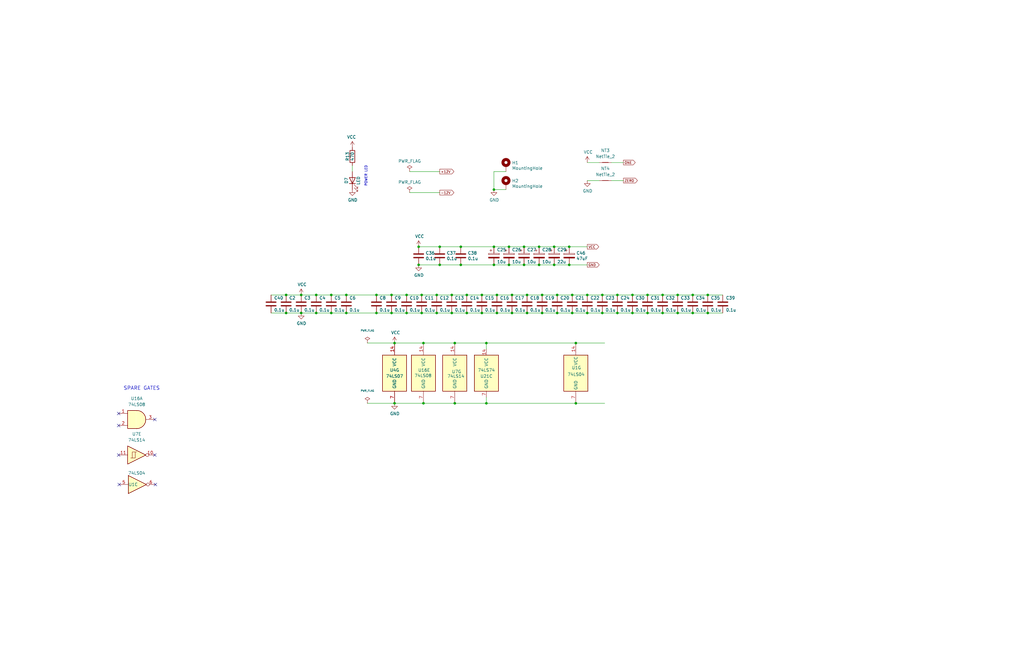
<source format=kicad_sch>
(kicad_sch (version 20211123) (generator eeschema)

  (uuid 6b243e9d-5e90-4a21-861b-d50de3ac528b)

  (paper "B")

  (title_block
    (title "Duodyne 6809 CPU board")
    (date "2023-12-29")
    (rev "V1.00")
  )

  (lib_symbols
    (symbol "74xx:74LS04" (in_bom yes) (on_board yes)
      (property "Reference" "U" (id 0) (at 0 1.27 0)
        (effects (font (size 1.27 1.27)))
      )
      (property "Value" "74LS04" (id 1) (at 0 -1.27 0)
        (effects (font (size 1.27 1.27)))
      )
      (property "Footprint" "" (id 2) (at 0 0 0)
        (effects (font (size 1.27 1.27)) hide)
      )
      (property "Datasheet" "http://www.ti.com/lit/gpn/sn74LS04" (id 3) (at 0 0 0)
        (effects (font (size 1.27 1.27)) hide)
      )
      (property "ki_locked" "" (id 4) (at 0 0 0)
        (effects (font (size 1.27 1.27)))
      )
      (property "ki_keywords" "TTL not inv" (id 5) (at 0 0 0)
        (effects (font (size 1.27 1.27)) hide)
      )
      (property "ki_description" "Hex Inverter" (id 6) (at 0 0 0)
        (effects (font (size 1.27 1.27)) hide)
      )
      (property "ki_fp_filters" "DIP*W7.62mm* SSOP?14* TSSOP?14*" (id 7) (at 0 0 0)
        (effects (font (size 1.27 1.27)) hide)
      )
      (symbol "74LS04_1_0"
        (polyline
          (pts
            (xy -3.81 3.81)
            (xy -3.81 -3.81)
            (xy 3.81 0)
            (xy -3.81 3.81)
          )
          (stroke (width 0.254) (type default) (color 0 0 0 0))
          (fill (type background))
        )
        (pin input line (at -7.62 0 0) (length 3.81)
          (name "~" (effects (font (size 1.27 1.27))))
          (number "1" (effects (font (size 1.27 1.27))))
        )
        (pin output inverted (at 7.62 0 180) (length 3.81)
          (name "~" (effects (font (size 1.27 1.27))))
          (number "2" (effects (font (size 1.27 1.27))))
        )
      )
      (symbol "74LS04_2_0"
        (polyline
          (pts
            (xy -3.81 3.81)
            (xy -3.81 -3.81)
            (xy 3.81 0)
            (xy -3.81 3.81)
          )
          (stroke (width 0.254) (type default) (color 0 0 0 0))
          (fill (type background))
        )
        (pin input line (at -7.62 0 0) (length 3.81)
          (name "~" (effects (font (size 1.27 1.27))))
          (number "3" (effects (font (size 1.27 1.27))))
        )
        (pin output inverted (at 7.62 0 180) (length 3.81)
          (name "~" (effects (font (size 1.27 1.27))))
          (number "4" (effects (font (size 1.27 1.27))))
        )
      )
      (symbol "74LS04_3_0"
        (polyline
          (pts
            (xy -3.81 3.81)
            (xy -3.81 -3.81)
            (xy 3.81 0)
            (xy -3.81 3.81)
          )
          (stroke (width 0.254) (type default) (color 0 0 0 0))
          (fill (type background))
        )
        (pin input line (at -7.62 0 0) (length 3.81)
          (name "~" (effects (font (size 1.27 1.27))))
          (number "5" (effects (font (size 1.27 1.27))))
        )
        (pin output inverted (at 7.62 0 180) (length 3.81)
          (name "~" (effects (font (size 1.27 1.27))))
          (number "6" (effects (font (size 1.27 1.27))))
        )
      )
      (symbol "74LS04_4_0"
        (polyline
          (pts
            (xy -3.81 3.81)
            (xy -3.81 -3.81)
            (xy 3.81 0)
            (xy -3.81 3.81)
          )
          (stroke (width 0.254) (type default) (color 0 0 0 0))
          (fill (type background))
        )
        (pin output inverted (at 7.62 0 180) (length 3.81)
          (name "~" (effects (font (size 1.27 1.27))))
          (number "8" (effects (font (size 1.27 1.27))))
        )
        (pin input line (at -7.62 0 0) (length 3.81)
          (name "~" (effects (font (size 1.27 1.27))))
          (number "9" (effects (font (size 1.27 1.27))))
        )
      )
      (symbol "74LS04_5_0"
        (polyline
          (pts
            (xy -3.81 3.81)
            (xy -3.81 -3.81)
            (xy 3.81 0)
            (xy -3.81 3.81)
          )
          (stroke (width 0.254) (type default) (color 0 0 0 0))
          (fill (type background))
        )
        (pin output inverted (at 7.62 0 180) (length 3.81)
          (name "~" (effects (font (size 1.27 1.27))))
          (number "10" (effects (font (size 1.27 1.27))))
        )
        (pin input line (at -7.62 0 0) (length 3.81)
          (name "~" (effects (font (size 1.27 1.27))))
          (number "11" (effects (font (size 1.27 1.27))))
        )
      )
      (symbol "74LS04_6_0"
        (polyline
          (pts
            (xy -3.81 3.81)
            (xy -3.81 -3.81)
            (xy 3.81 0)
            (xy -3.81 3.81)
          )
          (stroke (width 0.254) (type default) (color 0 0 0 0))
          (fill (type background))
        )
        (pin output inverted (at 7.62 0 180) (length 3.81)
          (name "~" (effects (font (size 1.27 1.27))))
          (number "12" (effects (font (size 1.27 1.27))))
        )
        (pin input line (at -7.62 0 0) (length 3.81)
          (name "~" (effects (font (size 1.27 1.27))))
          (number "13" (effects (font (size 1.27 1.27))))
        )
      )
      (symbol "74LS04_7_0"
        (pin power_in line (at 0 12.7 270) (length 5.08)
          (name "VCC" (effects (font (size 1.27 1.27))))
          (number "14" (effects (font (size 1.27 1.27))))
        )
        (pin power_in line (at 0 -12.7 90) (length 5.08)
          (name "GND" (effects (font (size 1.27 1.27))))
          (number "7" (effects (font (size 1.27 1.27))))
        )
      )
      (symbol "74LS04_7_1"
        (rectangle (start -5.08 7.62) (end 5.08 -7.62)
          (stroke (width 0.254) (type default) (color 0 0 0 0))
          (fill (type background))
        )
      )
    )
    (symbol "74xx:74LS07" (pin_names (offset 1.016)) (in_bom yes) (on_board yes)
      (property "Reference" "U" (id 0) (at 0 1.27 0)
        (effects (font (size 1.27 1.27)))
      )
      (property "Value" "74LS07" (id 1) (at 0 -1.27 0)
        (effects (font (size 1.27 1.27)))
      )
      (property "Footprint" "" (id 2) (at 0 0 0)
        (effects (font (size 1.27 1.27)) hide)
      )
      (property "Datasheet" "www.ti.com/lit/ds/symlink/sn74ls07.pdf" (id 3) (at 0 0 0)
        (effects (font (size 1.27 1.27)) hide)
      )
      (property "ki_locked" "" (id 4) (at 0 0 0)
        (effects (font (size 1.27 1.27)))
      )
      (property "ki_keywords" "TTL hex buffer OpenCol" (id 5) (at 0 0 0)
        (effects (font (size 1.27 1.27)) hide)
      )
      (property "ki_description" "Hex Buffers and Drivers With Open Collector High Voltage Outputs" (id 6) (at 0 0 0)
        (effects (font (size 1.27 1.27)) hide)
      )
      (property "ki_fp_filters" "SOIC*3.9x8.7mm*P1.27mm* TSSOP*4.4x5mm*P0.65mm* DIP*W7.62mm*" (id 7) (at 0 0 0)
        (effects (font (size 1.27 1.27)) hide)
      )
      (symbol "74LS07_1_0"
        (polyline
          (pts
            (xy -3.81 3.81)
            (xy -3.81 -3.81)
            (xy 3.81 0)
            (xy -3.81 3.81)
          )
          (stroke (width 0.254) (type default) (color 0 0 0 0))
          (fill (type background))
        )
        (pin input line (at -7.62 0 0) (length 3.81)
          (name "~" (effects (font (size 1.27 1.27))))
          (number "1" (effects (font (size 1.27 1.27))))
        )
        (pin open_collector line (at 7.62 0 180) (length 3.81)
          (name "~" (effects (font (size 1.27 1.27))))
          (number "2" (effects (font (size 1.27 1.27))))
        )
      )
      (symbol "74LS07_2_0"
        (polyline
          (pts
            (xy -3.81 3.81)
            (xy -3.81 -3.81)
            (xy 3.81 0)
            (xy -3.81 3.81)
          )
          (stroke (width 0.254) (type default) (color 0 0 0 0))
          (fill (type background))
        )
        (pin input line (at -7.62 0 0) (length 3.81)
          (name "~" (effects (font (size 1.27 1.27))))
          (number "3" (effects (font (size 1.27 1.27))))
        )
        (pin open_collector line (at 7.62 0 180) (length 3.81)
          (name "~" (effects (font (size 1.27 1.27))))
          (number "4" (effects (font (size 1.27 1.27))))
        )
      )
      (symbol "74LS07_3_0"
        (polyline
          (pts
            (xy -3.81 3.81)
            (xy -3.81 -3.81)
            (xy 3.81 0)
            (xy -3.81 3.81)
          )
          (stroke (width 0.254) (type default) (color 0 0 0 0))
          (fill (type background))
        )
        (pin input line (at -7.62 0 0) (length 3.81)
          (name "~" (effects (font (size 1.27 1.27))))
          (number "5" (effects (font (size 1.27 1.27))))
        )
        (pin open_collector line (at 7.62 0 180) (length 3.81)
          (name "~" (effects (font (size 1.27 1.27))))
          (number "6" (effects (font (size 1.27 1.27))))
        )
      )
      (symbol "74LS07_4_0"
        (polyline
          (pts
            (xy -3.81 3.81)
            (xy -3.81 -3.81)
            (xy 3.81 0)
            (xy -3.81 3.81)
          )
          (stroke (width 0.254) (type default) (color 0 0 0 0))
          (fill (type background))
        )
        (pin open_collector line (at 7.62 0 180) (length 3.81)
          (name "~" (effects (font (size 1.27 1.27))))
          (number "8" (effects (font (size 1.27 1.27))))
        )
        (pin input line (at -7.62 0 0) (length 3.81)
          (name "~" (effects (font (size 1.27 1.27))))
          (number "9" (effects (font (size 1.27 1.27))))
        )
      )
      (symbol "74LS07_5_0"
        (polyline
          (pts
            (xy -3.81 3.81)
            (xy -3.81 -3.81)
            (xy 3.81 0)
            (xy -3.81 3.81)
          )
          (stroke (width 0.254) (type default) (color 0 0 0 0))
          (fill (type background))
        )
        (pin open_collector line (at 7.62 0 180) (length 3.81)
          (name "~" (effects (font (size 1.27 1.27))))
          (number "10" (effects (font (size 1.27 1.27))))
        )
        (pin input line (at -7.62 0 0) (length 3.81)
          (name "~" (effects (font (size 1.27 1.27))))
          (number "11" (effects (font (size 1.27 1.27))))
        )
      )
      (symbol "74LS07_6_0"
        (polyline
          (pts
            (xy -3.81 3.81)
            (xy -3.81 -3.81)
            (xy 3.81 0)
            (xy -3.81 3.81)
          )
          (stroke (width 0.254) (type default) (color 0 0 0 0))
          (fill (type background))
        )
        (pin open_collector line (at 7.62 0 180) (length 3.81)
          (name "~" (effects (font (size 1.27 1.27))))
          (number "12" (effects (font (size 1.27 1.27))))
        )
        (pin input line (at -7.62 0 0) (length 3.81)
          (name "~" (effects (font (size 1.27 1.27))))
          (number "13" (effects (font (size 1.27 1.27))))
        )
      )
      (symbol "74LS07_7_0"
        (pin power_in line (at 0 12.7 270) (length 5.08)
          (name "VCC" (effects (font (size 1.27 1.27))))
          (number "14" (effects (font (size 1.27 1.27))))
        )
        (pin power_in line (at 0 -12.7 90) (length 5.08)
          (name "GND" (effects (font (size 1.27 1.27))))
          (number "7" (effects (font (size 1.27 1.27))))
        )
      )
      (symbol "74LS07_7_1"
        (rectangle (start -5.08 7.62) (end 5.08 -7.62)
          (stroke (width 0.254) (type default) (color 0 0 0 0))
          (fill (type background))
        )
      )
    )
    (symbol "74xx:74LS08" (pin_names (offset 1.016)) (in_bom yes) (on_board yes)
      (property "Reference" "U" (id 0) (at 0 1.27 0)
        (effects (font (size 1.27 1.27)))
      )
      (property "Value" "74LS08" (id 1) (at 0 -1.27 0)
        (effects (font (size 1.27 1.27)))
      )
      (property "Footprint" "" (id 2) (at 0 0 0)
        (effects (font (size 1.27 1.27)) hide)
      )
      (property "Datasheet" "http://www.ti.com/lit/gpn/sn74LS08" (id 3) (at 0 0 0)
        (effects (font (size 1.27 1.27)) hide)
      )
      (property "ki_locked" "" (id 4) (at 0 0 0)
        (effects (font (size 1.27 1.27)))
      )
      (property "ki_keywords" "TTL and2" (id 5) (at 0 0 0)
        (effects (font (size 1.27 1.27)) hide)
      )
      (property "ki_description" "Quad And2" (id 6) (at 0 0 0)
        (effects (font (size 1.27 1.27)) hide)
      )
      (property "ki_fp_filters" "DIP*W7.62mm*" (id 7) (at 0 0 0)
        (effects (font (size 1.27 1.27)) hide)
      )
      (symbol "74LS08_1_1"
        (arc (start 0 -3.81) (mid 3.81 0) (end 0 3.81)
          (stroke (width 0.254) (type default) (color 0 0 0 0))
          (fill (type background))
        )
        (polyline
          (pts
            (xy 0 3.81)
            (xy -3.81 3.81)
            (xy -3.81 -3.81)
            (xy 0 -3.81)
          )
          (stroke (width 0.254) (type default) (color 0 0 0 0))
          (fill (type background))
        )
        (pin input line (at -7.62 2.54 0) (length 3.81)
          (name "~" (effects (font (size 1.27 1.27))))
          (number "1" (effects (font (size 1.27 1.27))))
        )
        (pin input line (at -7.62 -2.54 0) (length 3.81)
          (name "~" (effects (font (size 1.27 1.27))))
          (number "2" (effects (font (size 1.27 1.27))))
        )
        (pin output line (at 7.62 0 180) (length 3.81)
          (name "~" (effects (font (size 1.27 1.27))))
          (number "3" (effects (font (size 1.27 1.27))))
        )
      )
      (symbol "74LS08_1_2"
        (arc (start -3.81 -3.81) (mid -2.589 0) (end -3.81 3.81)
          (stroke (width 0.254) (type default) (color 0 0 0 0))
          (fill (type none))
        )
        (arc (start -0.6096 -3.81) (mid 2.1842 -2.5851) (end 3.81 0)
          (stroke (width 0.254) (type default) (color 0 0 0 0))
          (fill (type background))
        )
        (polyline
          (pts
            (xy -3.81 -3.81)
            (xy -0.635 -3.81)
          )
          (stroke (width 0.254) (type default) (color 0 0 0 0))
          (fill (type background))
        )
        (polyline
          (pts
            (xy -3.81 3.81)
            (xy -0.635 3.81)
          )
          (stroke (width 0.254) (type default) (color 0 0 0 0))
          (fill (type background))
        )
        (polyline
          (pts
            (xy -0.635 3.81)
            (xy -3.81 3.81)
            (xy -3.81 3.81)
            (xy -3.556 3.4036)
            (xy -3.0226 2.2606)
            (xy -2.6924 1.0414)
            (xy -2.6162 -0.254)
            (xy -2.7686 -1.4986)
            (xy -3.175 -2.7178)
            (xy -3.81 -3.81)
            (xy -3.81 -3.81)
            (xy -0.635 -3.81)
          )
          (stroke (width -25.4) (type default) (color 0 0 0 0))
          (fill (type background))
        )
        (arc (start 3.81 0) (mid 2.1915 2.5936) (end -0.6096 3.81)
          (stroke (width 0.254) (type default) (color 0 0 0 0))
          (fill (type background))
        )
        (pin input inverted (at -7.62 2.54 0) (length 4.318)
          (name "~" (effects (font (size 1.27 1.27))))
          (number "1" (effects (font (size 1.27 1.27))))
        )
        (pin input inverted (at -7.62 -2.54 0) (length 4.318)
          (name "~" (effects (font (size 1.27 1.27))))
          (number "2" (effects (font (size 1.27 1.27))))
        )
        (pin output inverted (at 7.62 0 180) (length 3.81)
          (name "~" (effects (font (size 1.27 1.27))))
          (number "3" (effects (font (size 1.27 1.27))))
        )
      )
      (symbol "74LS08_2_1"
        (arc (start 0 -3.81) (mid 3.81 0) (end 0 3.81)
          (stroke (width 0.254) (type default) (color 0 0 0 0))
          (fill (type background))
        )
        (polyline
          (pts
            (xy 0 3.81)
            (xy -3.81 3.81)
            (xy -3.81 -3.81)
            (xy 0 -3.81)
          )
          (stroke (width 0.254) (type default) (color 0 0 0 0))
          (fill (type background))
        )
        (pin input line (at -7.62 2.54 0) (length 3.81)
          (name "~" (effects (font (size 1.27 1.27))))
          (number "4" (effects (font (size 1.27 1.27))))
        )
        (pin input line (at -7.62 -2.54 0) (length 3.81)
          (name "~" (effects (font (size 1.27 1.27))))
          (number "5" (effects (font (size 1.27 1.27))))
        )
        (pin output line (at 7.62 0 180) (length 3.81)
          (name "~" (effects (font (size 1.27 1.27))))
          (number "6" (effects (font (size 1.27 1.27))))
        )
      )
      (symbol "74LS08_2_2"
        (arc (start -3.81 -3.81) (mid -2.589 0) (end -3.81 3.81)
          (stroke (width 0.254) (type default) (color 0 0 0 0))
          (fill (type none))
        )
        (arc (start -0.6096 -3.81) (mid 2.1842 -2.5851) (end 3.81 0)
          (stroke (width 0.254) (type default) (color 0 0 0 0))
          (fill (type background))
        )
        (polyline
          (pts
            (xy -3.81 -3.81)
            (xy -0.635 -3.81)
          )
          (stroke (width 0.254) (type default) (color 0 0 0 0))
          (fill (type background))
        )
        (polyline
          (pts
            (xy -3.81 3.81)
            (xy -0.635 3.81)
          )
          (stroke (width 0.254) (type default) (color 0 0 0 0))
          (fill (type background))
        )
        (polyline
          (pts
            (xy -0.635 3.81)
            (xy -3.81 3.81)
            (xy -3.81 3.81)
            (xy -3.556 3.4036)
            (xy -3.0226 2.2606)
            (xy -2.6924 1.0414)
            (xy -2.6162 -0.254)
            (xy -2.7686 -1.4986)
            (xy -3.175 -2.7178)
            (xy -3.81 -3.81)
            (xy -3.81 -3.81)
            (xy -0.635 -3.81)
          )
          (stroke (width -25.4) (type default) (color 0 0 0 0))
          (fill (type background))
        )
        (arc (start 3.81 0) (mid 2.1915 2.5936) (end -0.6096 3.81)
          (stroke (width 0.254) (type default) (color 0 0 0 0))
          (fill (type background))
        )
        (pin input inverted (at -7.62 2.54 0) (length 4.318)
          (name "~" (effects (font (size 1.27 1.27))))
          (number "4" (effects (font (size 1.27 1.27))))
        )
        (pin input inverted (at -7.62 -2.54 0) (length 4.318)
          (name "~" (effects (font (size 1.27 1.27))))
          (number "5" (effects (font (size 1.27 1.27))))
        )
        (pin output inverted (at 7.62 0 180) (length 3.81)
          (name "~" (effects (font (size 1.27 1.27))))
          (number "6" (effects (font (size 1.27 1.27))))
        )
      )
      (symbol "74LS08_3_1"
        (arc (start 0 -3.81) (mid 3.81 0) (end 0 3.81)
          (stroke (width 0.254) (type default) (color 0 0 0 0))
          (fill (type background))
        )
        (polyline
          (pts
            (xy 0 3.81)
            (xy -3.81 3.81)
            (xy -3.81 -3.81)
            (xy 0 -3.81)
          )
          (stroke (width 0.254) (type default) (color 0 0 0 0))
          (fill (type background))
        )
        (pin input line (at -7.62 -2.54 0) (length 3.81)
          (name "~" (effects (font (size 1.27 1.27))))
          (number "10" (effects (font (size 1.27 1.27))))
        )
        (pin output line (at 7.62 0 180) (length 3.81)
          (name "~" (effects (font (size 1.27 1.27))))
          (number "8" (effects (font (size 1.27 1.27))))
        )
        (pin input line (at -7.62 2.54 0) (length 3.81)
          (name "~" (effects (font (size 1.27 1.27))))
          (number "9" (effects (font (size 1.27 1.27))))
        )
      )
      (symbol "74LS08_3_2"
        (arc (start -3.81 -3.81) (mid -2.589 0) (end -3.81 3.81)
          (stroke (width 0.254) (type default) (color 0 0 0 0))
          (fill (type none))
        )
        (arc (start -0.6096 -3.81) (mid 2.1842 -2.5851) (end 3.81 0)
          (stroke (width 0.254) (type default) (color 0 0 0 0))
          (fill (type background))
        )
        (polyline
          (pts
            (xy -3.81 -3.81)
            (xy -0.635 -3.81)
          )
          (stroke (width 0.254) (type default) (color 0 0 0 0))
          (fill (type background))
        )
        (polyline
          (pts
            (xy -3.81 3.81)
            (xy -0.635 3.81)
          )
          (stroke (width 0.254) (type default) (color 0 0 0 0))
          (fill (type background))
        )
        (polyline
          (pts
            (xy -0.635 3.81)
            (xy -3.81 3.81)
            (xy -3.81 3.81)
            (xy -3.556 3.4036)
            (xy -3.0226 2.2606)
            (xy -2.6924 1.0414)
            (xy -2.6162 -0.254)
            (xy -2.7686 -1.4986)
            (xy -3.175 -2.7178)
            (xy -3.81 -3.81)
            (xy -3.81 -3.81)
            (xy -0.635 -3.81)
          )
          (stroke (width -25.4) (type default) (color 0 0 0 0))
          (fill (type background))
        )
        (arc (start 3.81 0) (mid 2.1915 2.5936) (end -0.6096 3.81)
          (stroke (width 0.254) (type default) (color 0 0 0 0))
          (fill (type background))
        )
        (pin input inverted (at -7.62 -2.54 0) (length 4.318)
          (name "~" (effects (font (size 1.27 1.27))))
          (number "10" (effects (font (size 1.27 1.27))))
        )
        (pin output inverted (at 7.62 0 180) (length 3.81)
          (name "~" (effects (font (size 1.27 1.27))))
          (number "8" (effects (font (size 1.27 1.27))))
        )
        (pin input inverted (at -7.62 2.54 0) (length 4.318)
          (name "~" (effects (font (size 1.27 1.27))))
          (number "9" (effects (font (size 1.27 1.27))))
        )
      )
      (symbol "74LS08_4_1"
        (arc (start 0 -3.81) (mid 3.81 0) (end 0 3.81)
          (stroke (width 0.254) (type default) (color 0 0 0 0))
          (fill (type background))
        )
        (polyline
          (pts
            (xy 0 3.81)
            (xy -3.81 3.81)
            (xy -3.81 -3.81)
            (xy 0 -3.81)
          )
          (stroke (width 0.254) (type default) (color 0 0 0 0))
          (fill (type background))
        )
        (pin output line (at 7.62 0 180) (length 3.81)
          (name "~" (effects (font (size 1.27 1.27))))
          (number "11" (effects (font (size 1.27 1.27))))
        )
        (pin input line (at -7.62 2.54 0) (length 3.81)
          (name "~" (effects (font (size 1.27 1.27))))
          (number "12" (effects (font (size 1.27 1.27))))
        )
        (pin input line (at -7.62 -2.54 0) (length 3.81)
          (name "~" (effects (font (size 1.27 1.27))))
          (number "13" (effects (font (size 1.27 1.27))))
        )
      )
      (symbol "74LS08_4_2"
        (arc (start -3.81 -3.81) (mid -2.589 0) (end -3.81 3.81)
          (stroke (width 0.254) (type default) (color 0 0 0 0))
          (fill (type none))
        )
        (arc (start -0.6096 -3.81) (mid 2.1842 -2.5851) (end 3.81 0)
          (stroke (width 0.254) (type default) (color 0 0 0 0))
          (fill (type background))
        )
        (polyline
          (pts
            (xy -3.81 -3.81)
            (xy -0.635 -3.81)
          )
          (stroke (width 0.254) (type default) (color 0 0 0 0))
          (fill (type background))
        )
        (polyline
          (pts
            (xy -3.81 3.81)
            (xy -0.635 3.81)
          )
          (stroke (width 0.254) (type default) (color 0 0 0 0))
          (fill (type background))
        )
        (polyline
          (pts
            (xy -0.635 3.81)
            (xy -3.81 3.81)
            (xy -3.81 3.81)
            (xy -3.556 3.4036)
            (xy -3.0226 2.2606)
            (xy -2.6924 1.0414)
            (xy -2.6162 -0.254)
            (xy -2.7686 -1.4986)
            (xy -3.175 -2.7178)
            (xy -3.81 -3.81)
            (xy -3.81 -3.81)
            (xy -0.635 -3.81)
          )
          (stroke (width -25.4) (type default) (color 0 0 0 0))
          (fill (type background))
        )
        (arc (start 3.81 0) (mid 2.1915 2.5936) (end -0.6096 3.81)
          (stroke (width 0.254) (type default) (color 0 0 0 0))
          (fill (type background))
        )
        (pin output inverted (at 7.62 0 180) (length 3.81)
          (name "~" (effects (font (size 1.27 1.27))))
          (number "11" (effects (font (size 1.27 1.27))))
        )
        (pin input inverted (at -7.62 2.54 0) (length 4.318)
          (name "~" (effects (font (size 1.27 1.27))))
          (number "12" (effects (font (size 1.27 1.27))))
        )
        (pin input inverted (at -7.62 -2.54 0) (length 4.318)
          (name "~" (effects (font (size 1.27 1.27))))
          (number "13" (effects (font (size 1.27 1.27))))
        )
      )
      (symbol "74LS08_5_0"
        (pin power_in line (at 0 12.7 270) (length 5.08)
          (name "VCC" (effects (font (size 1.27 1.27))))
          (number "14" (effects (font (size 1.27 1.27))))
        )
        (pin power_in line (at 0 -12.7 90) (length 5.08)
          (name "GND" (effects (font (size 1.27 1.27))))
          (number "7" (effects (font (size 1.27 1.27))))
        )
      )
      (symbol "74LS08_5_1"
        (rectangle (start -5.08 7.62) (end 5.08 -7.62)
          (stroke (width 0.254) (type default) (color 0 0 0 0))
          (fill (type background))
        )
      )
    )
    (symbol "74xx:74LS14" (pin_names (offset 1.016)) (in_bom yes) (on_board yes)
      (property "Reference" "U" (id 0) (at 0 1.27 0)
        (effects (font (size 1.27 1.27)))
      )
      (property "Value" "74LS14" (id 1) (at 0 -1.27 0)
        (effects (font (size 1.27 1.27)))
      )
      (property "Footprint" "" (id 2) (at 0 0 0)
        (effects (font (size 1.27 1.27)) hide)
      )
      (property "Datasheet" "http://www.ti.com/lit/gpn/sn74LS14" (id 3) (at 0 0 0)
        (effects (font (size 1.27 1.27)) hide)
      )
      (property "ki_locked" "" (id 4) (at 0 0 0)
        (effects (font (size 1.27 1.27)))
      )
      (property "ki_keywords" "TTL not inverter" (id 5) (at 0 0 0)
        (effects (font (size 1.27 1.27)) hide)
      )
      (property "ki_description" "Hex inverter schmitt trigger" (id 6) (at 0 0 0)
        (effects (font (size 1.27 1.27)) hide)
      )
      (property "ki_fp_filters" "DIP*W7.62mm*" (id 7) (at 0 0 0)
        (effects (font (size 1.27 1.27)) hide)
      )
      (symbol "74LS14_1_0"
        (polyline
          (pts
            (xy -3.81 3.81)
            (xy -3.81 -3.81)
            (xy 3.81 0)
            (xy -3.81 3.81)
          )
          (stroke (width 0.254) (type default) (color 0 0 0 0))
          (fill (type background))
        )
        (pin input line (at -7.62 0 0) (length 3.81)
          (name "~" (effects (font (size 1.27 1.27))))
          (number "1" (effects (font (size 1.27 1.27))))
        )
        (pin output inverted (at 7.62 0 180) (length 3.81)
          (name "~" (effects (font (size 1.27 1.27))))
          (number "2" (effects (font (size 1.27 1.27))))
        )
      )
      (symbol "74LS14_1_1"
        (polyline
          (pts
            (xy -1.905 -1.27)
            (xy -1.905 1.27)
            (xy -0.635 1.27)
          )
          (stroke (width 0) (type default) (color 0 0 0 0))
          (fill (type none))
        )
        (polyline
          (pts
            (xy -2.54 -1.27)
            (xy -0.635 -1.27)
            (xy -0.635 1.27)
            (xy 0 1.27)
          )
          (stroke (width 0) (type default) (color 0 0 0 0))
          (fill (type none))
        )
      )
      (symbol "74LS14_2_0"
        (polyline
          (pts
            (xy -3.81 3.81)
            (xy -3.81 -3.81)
            (xy 3.81 0)
            (xy -3.81 3.81)
          )
          (stroke (width 0.254) (type default) (color 0 0 0 0))
          (fill (type background))
        )
        (pin input line (at -7.62 0 0) (length 3.81)
          (name "~" (effects (font (size 1.27 1.27))))
          (number "3" (effects (font (size 1.27 1.27))))
        )
        (pin output inverted (at 7.62 0 180) (length 3.81)
          (name "~" (effects (font (size 1.27 1.27))))
          (number "4" (effects (font (size 1.27 1.27))))
        )
      )
      (symbol "74LS14_2_1"
        (polyline
          (pts
            (xy -1.905 -1.27)
            (xy -1.905 1.27)
            (xy -0.635 1.27)
          )
          (stroke (width 0) (type default) (color 0 0 0 0))
          (fill (type none))
        )
        (polyline
          (pts
            (xy -2.54 -1.27)
            (xy -0.635 -1.27)
            (xy -0.635 1.27)
            (xy 0 1.27)
          )
          (stroke (width 0) (type default) (color 0 0 0 0))
          (fill (type none))
        )
      )
      (symbol "74LS14_3_0"
        (polyline
          (pts
            (xy -3.81 3.81)
            (xy -3.81 -3.81)
            (xy 3.81 0)
            (xy -3.81 3.81)
          )
          (stroke (width 0.254) (type default) (color 0 0 0 0))
          (fill (type background))
        )
        (pin input line (at -7.62 0 0) (length 3.81)
          (name "~" (effects (font (size 1.27 1.27))))
          (number "5" (effects (font (size 1.27 1.27))))
        )
        (pin output inverted (at 7.62 0 180) (length 3.81)
          (name "~" (effects (font (size 1.27 1.27))))
          (number "6" (effects (font (size 1.27 1.27))))
        )
      )
      (symbol "74LS14_3_1"
        (polyline
          (pts
            (xy -1.905 -1.27)
            (xy -1.905 1.27)
            (xy -0.635 1.27)
          )
          (stroke (width 0) (type default) (color 0 0 0 0))
          (fill (type none))
        )
        (polyline
          (pts
            (xy -2.54 -1.27)
            (xy -0.635 -1.27)
            (xy -0.635 1.27)
            (xy 0 1.27)
          )
          (stroke (width 0) (type default) (color 0 0 0 0))
          (fill (type none))
        )
      )
      (symbol "74LS14_4_0"
        (polyline
          (pts
            (xy -3.81 3.81)
            (xy -3.81 -3.81)
            (xy 3.81 0)
            (xy -3.81 3.81)
          )
          (stroke (width 0.254) (type default) (color 0 0 0 0))
          (fill (type background))
        )
        (pin output inverted (at 7.62 0 180) (length 3.81)
          (name "~" (effects (font (size 1.27 1.27))))
          (number "8" (effects (font (size 1.27 1.27))))
        )
        (pin input line (at -7.62 0 0) (length 3.81)
          (name "~" (effects (font (size 1.27 1.27))))
          (number "9" (effects (font (size 1.27 1.27))))
        )
      )
      (symbol "74LS14_4_1"
        (polyline
          (pts
            (xy -1.905 -1.27)
            (xy -1.905 1.27)
            (xy -0.635 1.27)
          )
          (stroke (width 0) (type default) (color 0 0 0 0))
          (fill (type none))
        )
        (polyline
          (pts
            (xy -2.54 -1.27)
            (xy -0.635 -1.27)
            (xy -0.635 1.27)
            (xy 0 1.27)
          )
          (stroke (width 0) (type default) (color 0 0 0 0))
          (fill (type none))
        )
      )
      (symbol "74LS14_5_0"
        (polyline
          (pts
            (xy -3.81 3.81)
            (xy -3.81 -3.81)
            (xy 3.81 0)
            (xy -3.81 3.81)
          )
          (stroke (width 0.254) (type default) (color 0 0 0 0))
          (fill (type background))
        )
        (pin output inverted (at 7.62 0 180) (length 3.81)
          (name "~" (effects (font (size 1.27 1.27))))
          (number "10" (effects (font (size 1.27 1.27))))
        )
        (pin input line (at -7.62 0 0) (length 3.81)
          (name "~" (effects (font (size 1.27 1.27))))
          (number "11" (effects (font (size 1.27 1.27))))
        )
      )
      (symbol "74LS14_5_1"
        (polyline
          (pts
            (xy -1.905 -1.27)
            (xy -1.905 1.27)
            (xy -0.635 1.27)
          )
          (stroke (width 0) (type default) (color 0 0 0 0))
          (fill (type none))
        )
        (polyline
          (pts
            (xy -2.54 -1.27)
            (xy -0.635 -1.27)
            (xy -0.635 1.27)
            (xy 0 1.27)
          )
          (stroke (width 0) (type default) (color 0 0 0 0))
          (fill (type none))
        )
      )
      (symbol "74LS14_6_0"
        (polyline
          (pts
            (xy -3.81 3.81)
            (xy -3.81 -3.81)
            (xy 3.81 0)
            (xy -3.81 3.81)
          )
          (stroke (width 0.254) (type default) (color 0 0 0 0))
          (fill (type background))
        )
        (pin output inverted (at 7.62 0 180) (length 3.81)
          (name "~" (effects (font (size 1.27 1.27))))
          (number "12" (effects (font (size 1.27 1.27))))
        )
        (pin input line (at -7.62 0 0) (length 3.81)
          (name "~" (effects (font (size 1.27 1.27))))
          (number "13" (effects (font (size 1.27 1.27))))
        )
      )
      (symbol "74LS14_6_1"
        (polyline
          (pts
            (xy -1.905 -1.27)
            (xy -1.905 1.27)
            (xy -0.635 1.27)
          )
          (stroke (width 0) (type default) (color 0 0 0 0))
          (fill (type none))
        )
        (polyline
          (pts
            (xy -2.54 -1.27)
            (xy -0.635 -1.27)
            (xy -0.635 1.27)
            (xy 0 1.27)
          )
          (stroke (width 0) (type default) (color 0 0 0 0))
          (fill (type none))
        )
      )
      (symbol "74LS14_7_0"
        (pin power_in line (at 0 12.7 270) (length 5.08)
          (name "VCC" (effects (font (size 1.27 1.27))))
          (number "14" (effects (font (size 1.27 1.27))))
        )
        (pin power_in line (at 0 -12.7 90) (length 5.08)
          (name "GND" (effects (font (size 1.27 1.27))))
          (number "7" (effects (font (size 1.27 1.27))))
        )
      )
      (symbol "74LS14_7_1"
        (rectangle (start -5.08 7.62) (end 5.08 -7.62)
          (stroke (width 0.254) (type default) (color 0 0 0 0))
          (fill (type background))
        )
      )
    )
    (symbol "74xx:74LS74" (pin_names (offset 1.016)) (in_bom yes) (on_board yes)
      (property "Reference" "U" (id 0) (at -7.62 8.89 0)
        (effects (font (size 1.27 1.27)))
      )
      (property "Value" "74LS74" (id 1) (at -7.62 -8.89 0)
        (effects (font (size 1.27 1.27)))
      )
      (property "Footprint" "" (id 2) (at 0 0 0)
        (effects (font (size 1.27 1.27)) hide)
      )
      (property "Datasheet" "74xx/74hc_hct74.pdf" (id 3) (at 0 0 0)
        (effects (font (size 1.27 1.27)) hide)
      )
      (property "ki_locked" "" (id 4) (at 0 0 0)
        (effects (font (size 1.27 1.27)))
      )
      (property "ki_keywords" "TTL DFF" (id 5) (at 0 0 0)
        (effects (font (size 1.27 1.27)) hide)
      )
      (property "ki_description" "Dual D Flip-flop, Set & Reset" (id 6) (at 0 0 0)
        (effects (font (size 1.27 1.27)) hide)
      )
      (property "ki_fp_filters" "DIP*W7.62mm*" (id 7) (at 0 0 0)
        (effects (font (size 1.27 1.27)) hide)
      )
      (symbol "74LS74_1_0"
        (pin input line (at 0 -7.62 90) (length 2.54)
          (name "~{R}" (effects (font (size 1.27 1.27))))
          (number "1" (effects (font (size 1.27 1.27))))
        )
        (pin input line (at -7.62 2.54 0) (length 2.54)
          (name "D" (effects (font (size 1.27 1.27))))
          (number "2" (effects (font (size 1.27 1.27))))
        )
        (pin input clock (at -7.62 0 0) (length 2.54)
          (name "C" (effects (font (size 1.27 1.27))))
          (number "3" (effects (font (size 1.27 1.27))))
        )
        (pin input line (at 0 7.62 270) (length 2.54)
          (name "~{S}" (effects (font (size 1.27 1.27))))
          (number "4" (effects (font (size 1.27 1.27))))
        )
        (pin output line (at 7.62 2.54 180) (length 2.54)
          (name "Q" (effects (font (size 1.27 1.27))))
          (number "5" (effects (font (size 1.27 1.27))))
        )
        (pin output line (at 7.62 -2.54 180) (length 2.54)
          (name "~{Q}" (effects (font (size 1.27 1.27))))
          (number "6" (effects (font (size 1.27 1.27))))
        )
      )
      (symbol "74LS74_1_1"
        (rectangle (start -5.08 5.08) (end 5.08 -5.08)
          (stroke (width 0.254) (type default) (color 0 0 0 0))
          (fill (type background))
        )
      )
      (symbol "74LS74_2_0"
        (pin input line (at 0 7.62 270) (length 2.54)
          (name "~{S}" (effects (font (size 1.27 1.27))))
          (number "10" (effects (font (size 1.27 1.27))))
        )
        (pin input clock (at -7.62 0 0) (length 2.54)
          (name "C" (effects (font (size 1.27 1.27))))
          (number "11" (effects (font (size 1.27 1.27))))
        )
        (pin input line (at -7.62 2.54 0) (length 2.54)
          (name "D" (effects (font (size 1.27 1.27))))
          (number "12" (effects (font (size 1.27 1.27))))
        )
        (pin input line (at 0 -7.62 90) (length 2.54)
          (name "~{R}" (effects (font (size 1.27 1.27))))
          (number "13" (effects (font (size 1.27 1.27))))
        )
        (pin output line (at 7.62 -2.54 180) (length 2.54)
          (name "~{Q}" (effects (font (size 1.27 1.27))))
          (number "8" (effects (font (size 1.27 1.27))))
        )
        (pin output line (at 7.62 2.54 180) (length 2.54)
          (name "Q" (effects (font (size 1.27 1.27))))
          (number "9" (effects (font (size 1.27 1.27))))
        )
      )
      (symbol "74LS74_2_1"
        (rectangle (start -5.08 5.08) (end 5.08 -5.08)
          (stroke (width 0.254) (type default) (color 0 0 0 0))
          (fill (type background))
        )
      )
      (symbol "74LS74_3_0"
        (pin power_in line (at 0 10.16 270) (length 2.54)
          (name "VCC" (effects (font (size 1.27 1.27))))
          (number "14" (effects (font (size 1.27 1.27))))
        )
        (pin power_in line (at 0 -10.16 90) (length 2.54)
          (name "GND" (effects (font (size 1.27 1.27))))
          (number "7" (effects (font (size 1.27 1.27))))
        )
      )
      (symbol "74LS74_3_1"
        (rectangle (start -5.08 7.62) (end 5.08 -7.62)
          (stroke (width 0.254) (type default) (color 0 0 0 0))
          (fill (type background))
        )
      )
    )
    (symbol "Device:C" (pin_numbers hide) (pin_names (offset 0.254)) (in_bom yes) (on_board yes)
      (property "Reference" "C" (id 0) (at 0.635 2.54 0)
        (effects (font (size 1.27 1.27)) (justify left))
      )
      (property "Value" "C" (id 1) (at 0.635 -2.54 0)
        (effects (font (size 1.27 1.27)) (justify left))
      )
      (property "Footprint" "" (id 2) (at 0.9652 -3.81 0)
        (effects (font (size 1.27 1.27)) hide)
      )
      (property "Datasheet" "~" (id 3) (at 0 0 0)
        (effects (font (size 1.27 1.27)) hide)
      )
      (property "ki_keywords" "cap capacitor" (id 4) (at 0 0 0)
        (effects (font (size 1.27 1.27)) hide)
      )
      (property "ki_description" "Unpolarized capacitor" (id 5) (at 0 0 0)
        (effects (font (size 1.27 1.27)) hide)
      )
      (property "ki_fp_filters" "C_*" (id 6) (at 0 0 0)
        (effects (font (size 1.27 1.27)) hide)
      )
      (symbol "C_0_1"
        (polyline
          (pts
            (xy -2.032 -0.762)
            (xy 2.032 -0.762)
          )
          (stroke (width 0.508) (type default) (color 0 0 0 0))
          (fill (type none))
        )
        (polyline
          (pts
            (xy -2.032 0.762)
            (xy 2.032 0.762)
          )
          (stroke (width 0.508) (type default) (color 0 0 0 0))
          (fill (type none))
        )
      )
      (symbol "C_1_1"
        (pin passive line (at 0 3.81 270) (length 2.794)
          (name "~" (effects (font (size 1.27 1.27))))
          (number "1" (effects (font (size 1.27 1.27))))
        )
        (pin passive line (at 0 -3.81 90) (length 2.794)
          (name "~" (effects (font (size 1.27 1.27))))
          (number "2" (effects (font (size 1.27 1.27))))
        )
      )
    )
    (symbol "Device:C_Polarized" (pin_numbers hide) (pin_names (offset 0.254)) (in_bom yes) (on_board yes)
      (property "Reference" "C" (id 0) (at 0.635 2.54 0)
        (effects (font (size 1.27 1.27)) (justify left))
      )
      (property "Value" "C_Polarized" (id 1) (at 0.635 -2.54 0)
        (effects (font (size 1.27 1.27)) (justify left))
      )
      (property "Footprint" "" (id 2) (at 0.9652 -3.81 0)
        (effects (font (size 1.27 1.27)) hide)
      )
      (property "Datasheet" "~" (id 3) (at 0 0 0)
        (effects (font (size 1.27 1.27)) hide)
      )
      (property "ki_keywords" "cap capacitor" (id 4) (at 0 0 0)
        (effects (font (size 1.27 1.27)) hide)
      )
      (property "ki_description" "Polarized capacitor" (id 5) (at 0 0 0)
        (effects (font (size 1.27 1.27)) hide)
      )
      (property "ki_fp_filters" "CP_*" (id 6) (at 0 0 0)
        (effects (font (size 1.27 1.27)) hide)
      )
      (symbol "C_Polarized_0_1"
        (rectangle (start -2.286 0.508) (end 2.286 1.016)
          (stroke (width 0) (type default) (color 0 0 0 0))
          (fill (type none))
        )
        (polyline
          (pts
            (xy -1.778 2.286)
            (xy -0.762 2.286)
          )
          (stroke (width 0) (type default) (color 0 0 0 0))
          (fill (type none))
        )
        (polyline
          (pts
            (xy -1.27 2.794)
            (xy -1.27 1.778)
          )
          (stroke (width 0) (type default) (color 0 0 0 0))
          (fill (type none))
        )
        (rectangle (start 2.286 -0.508) (end -2.286 -1.016)
          (stroke (width 0) (type default) (color 0 0 0 0))
          (fill (type outline))
        )
      )
      (symbol "C_Polarized_1_1"
        (pin passive line (at 0 3.81 270) (length 2.794)
          (name "~" (effects (font (size 1.27 1.27))))
          (number "1" (effects (font (size 1.27 1.27))))
        )
        (pin passive line (at 0 -3.81 90) (length 2.794)
          (name "~" (effects (font (size 1.27 1.27))))
          (number "2" (effects (font (size 1.27 1.27))))
        )
      )
    )
    (symbol "Device:LED" (pin_numbers hide) (pin_names (offset 1.016) hide) (in_bom yes) (on_board yes)
      (property "Reference" "D" (id 0) (at 0 2.54 0)
        (effects (font (size 1.27 1.27)))
      )
      (property "Value" "LED" (id 1) (at 0 -2.54 0)
        (effects (font (size 1.27 1.27)))
      )
      (property "Footprint" "" (id 2) (at 0 0 0)
        (effects (font (size 1.27 1.27)) hide)
      )
      (property "Datasheet" "~" (id 3) (at 0 0 0)
        (effects (font (size 1.27 1.27)) hide)
      )
      (property "ki_keywords" "LED diode" (id 4) (at 0 0 0)
        (effects (font (size 1.27 1.27)) hide)
      )
      (property "ki_description" "Light emitting diode" (id 5) (at 0 0 0)
        (effects (font (size 1.27 1.27)) hide)
      )
      (property "ki_fp_filters" "LED* LED_SMD:* LED_THT:*" (id 6) (at 0 0 0)
        (effects (font (size 1.27 1.27)) hide)
      )
      (symbol "LED_0_1"
        (polyline
          (pts
            (xy -1.27 -1.27)
            (xy -1.27 1.27)
          )
          (stroke (width 0.254) (type default) (color 0 0 0 0))
          (fill (type none))
        )
        (polyline
          (pts
            (xy -1.27 0)
            (xy 1.27 0)
          )
          (stroke (width 0) (type default) (color 0 0 0 0))
          (fill (type none))
        )
        (polyline
          (pts
            (xy 1.27 -1.27)
            (xy 1.27 1.27)
            (xy -1.27 0)
            (xy 1.27 -1.27)
          )
          (stroke (width 0.254) (type default) (color 0 0 0 0))
          (fill (type none))
        )
        (polyline
          (pts
            (xy -3.048 -0.762)
            (xy -4.572 -2.286)
            (xy -3.81 -2.286)
            (xy -4.572 -2.286)
            (xy -4.572 -1.524)
          )
          (stroke (width 0) (type default) (color 0 0 0 0))
          (fill (type none))
        )
        (polyline
          (pts
            (xy -1.778 -0.762)
            (xy -3.302 -2.286)
            (xy -2.54 -2.286)
            (xy -3.302 -2.286)
            (xy -3.302 -1.524)
          )
          (stroke (width 0) (type default) (color 0 0 0 0))
          (fill (type none))
        )
      )
      (symbol "LED_1_1"
        (pin passive line (at -3.81 0 0) (length 2.54)
          (name "K" (effects (font (size 1.27 1.27))))
          (number "1" (effects (font (size 1.27 1.27))))
        )
        (pin passive line (at 3.81 0 180) (length 2.54)
          (name "A" (effects (font (size 1.27 1.27))))
          (number "2" (effects (font (size 1.27 1.27))))
        )
      )
    )
    (symbol "Device:NetTie_2" (pin_numbers hide) (pin_names (offset 0) hide) (in_bom no) (on_board yes)
      (property "Reference" "NT" (id 0) (at 0 1.27 0)
        (effects (font (size 1.27 1.27)))
      )
      (property "Value" "NetTie_2" (id 1) (at 0 -1.27 0)
        (effects (font (size 1.27 1.27)))
      )
      (property "Footprint" "" (id 2) (at 0 0 0)
        (effects (font (size 1.27 1.27)) hide)
      )
      (property "Datasheet" "~" (id 3) (at 0 0 0)
        (effects (font (size 1.27 1.27)) hide)
      )
      (property "ki_keywords" "net tie short" (id 4) (at 0 0 0)
        (effects (font (size 1.27 1.27)) hide)
      )
      (property "ki_description" "Net tie, 2 pins" (id 5) (at 0 0 0)
        (effects (font (size 1.27 1.27)) hide)
      )
      (property "ki_fp_filters" "Net*Tie*" (id 6) (at 0 0 0)
        (effects (font (size 1.27 1.27)) hide)
      )
      (symbol "NetTie_2_0_1"
        (polyline
          (pts
            (xy -1.27 0)
            (xy 1.27 0)
          )
          (stroke (width 0.254) (type default) (color 0 0 0 0))
          (fill (type none))
        )
      )
      (symbol "NetTie_2_1_1"
        (pin passive line (at -2.54 0 0) (length 2.54)
          (name "1" (effects (font (size 1.27 1.27))))
          (number "1" (effects (font (size 1.27 1.27))))
        )
        (pin passive line (at 2.54 0 180) (length 2.54)
          (name "2" (effects (font (size 1.27 1.27))))
          (number "2" (effects (font (size 1.27 1.27))))
        )
      )
    )
    (symbol "Device:R" (pin_numbers hide) (pin_names (offset 0)) (in_bom yes) (on_board yes)
      (property "Reference" "R" (id 0) (at 2.032 0 90)
        (effects (font (size 1.27 1.27)))
      )
      (property "Value" "R" (id 1) (at 0 0 90)
        (effects (font (size 1.27 1.27)))
      )
      (property "Footprint" "" (id 2) (at -1.778 0 90)
        (effects (font (size 1.27 1.27)) hide)
      )
      (property "Datasheet" "~" (id 3) (at 0 0 0)
        (effects (font (size 1.27 1.27)) hide)
      )
      (property "ki_keywords" "R res resistor" (id 4) (at 0 0 0)
        (effects (font (size 1.27 1.27)) hide)
      )
      (property "ki_description" "Resistor" (id 5) (at 0 0 0)
        (effects (font (size 1.27 1.27)) hide)
      )
      (property "ki_fp_filters" "R_*" (id 6) (at 0 0 0)
        (effects (font (size 1.27 1.27)) hide)
      )
      (symbol "R_0_1"
        (rectangle (start -1.016 -2.54) (end 1.016 2.54)
          (stroke (width 0.254) (type default) (color 0 0 0 0))
          (fill (type none))
        )
      )
      (symbol "R_1_1"
        (pin passive line (at 0 3.81 270) (length 1.27)
          (name "~" (effects (font (size 1.27 1.27))))
          (number "1" (effects (font (size 1.27 1.27))))
        )
        (pin passive line (at 0 -3.81 90) (length 1.27)
          (name "~" (effects (font (size 1.27 1.27))))
          (number "2" (effects (font (size 1.27 1.27))))
        )
      )
    )
    (symbol "Mechanical:MountingHole_Pad" (pin_numbers hide) (pin_names (offset 1.016) hide) (in_bom yes) (on_board yes)
      (property "Reference" "H" (id 0) (at 0 6.35 0)
        (effects (font (size 1.27 1.27)))
      )
      (property "Value" "MountingHole_Pad" (id 1) (at 0 4.445 0)
        (effects (font (size 1.27 1.27)))
      )
      (property "Footprint" "" (id 2) (at 0 0 0)
        (effects (font (size 1.27 1.27)) hide)
      )
      (property "Datasheet" "~" (id 3) (at 0 0 0)
        (effects (font (size 1.27 1.27)) hide)
      )
      (property "ki_keywords" "mounting hole" (id 4) (at 0 0 0)
        (effects (font (size 1.27 1.27)) hide)
      )
      (property "ki_description" "Mounting Hole with connection" (id 5) (at 0 0 0)
        (effects (font (size 1.27 1.27)) hide)
      )
      (property "ki_fp_filters" "MountingHole*Pad*" (id 6) (at 0 0 0)
        (effects (font (size 1.27 1.27)) hide)
      )
      (symbol "MountingHole_Pad_0_1"
        (circle (center 0 1.27) (radius 1.27)
          (stroke (width 1.27) (type default) (color 0 0 0 0))
          (fill (type none))
        )
      )
      (symbol "MountingHole_Pad_1_1"
        (pin input line (at 0 -2.54 90) (length 2.54)
          (name "1" (effects (font (size 1.27 1.27))))
          (number "1" (effects (font (size 1.27 1.27))))
        )
      )
    )
    (symbol "power:GND" (power) (pin_names (offset 0)) (in_bom yes) (on_board yes)
      (property "Reference" "#PWR" (id 0) (at 0 -6.35 0)
        (effects (font (size 1.27 1.27)) hide)
      )
      (property "Value" "GND" (id 1) (at 0 -3.81 0)
        (effects (font (size 1.27 1.27)))
      )
      (property "Footprint" "" (id 2) (at 0 0 0)
        (effects (font (size 1.27 1.27)) hide)
      )
      (property "Datasheet" "" (id 3) (at 0 0 0)
        (effects (font (size 1.27 1.27)) hide)
      )
      (property "ki_keywords" "global power" (id 4) (at 0 0 0)
        (effects (font (size 1.27 1.27)) hide)
      )
      (property "ki_description" "Power symbol creates a global label with name \"GND\" , ground" (id 5) (at 0 0 0)
        (effects (font (size 1.27 1.27)) hide)
      )
      (symbol "GND_0_1"
        (polyline
          (pts
            (xy 0 0)
            (xy 0 -1.27)
            (xy 1.27 -1.27)
            (xy 0 -2.54)
            (xy -1.27 -1.27)
            (xy 0 -1.27)
          )
          (stroke (width 0) (type default) (color 0 0 0 0))
          (fill (type none))
        )
      )
      (symbol "GND_1_1"
        (pin power_in line (at 0 0 270) (length 0) hide
          (name "GND" (effects (font (size 1.27 1.27))))
          (number "1" (effects (font (size 1.27 1.27))))
        )
      )
    )
    (symbol "power:PWR_FLAG" (power) (pin_numbers hide) (pin_names (offset 0) hide) (in_bom yes) (on_board yes)
      (property "Reference" "#FLG" (id 0) (at 0 1.905 0)
        (effects (font (size 1.27 1.27)) hide)
      )
      (property "Value" "PWR_FLAG" (id 1) (at 0 3.81 0)
        (effects (font (size 1.27 1.27)))
      )
      (property "Footprint" "" (id 2) (at 0 0 0)
        (effects (font (size 1.27 1.27)) hide)
      )
      (property "Datasheet" "~" (id 3) (at 0 0 0)
        (effects (font (size 1.27 1.27)) hide)
      )
      (property "ki_keywords" "flag power" (id 4) (at 0 0 0)
        (effects (font (size 1.27 1.27)) hide)
      )
      (property "ki_description" "Special symbol for telling ERC where power comes from" (id 5) (at 0 0 0)
        (effects (font (size 1.27 1.27)) hide)
      )
      (symbol "PWR_FLAG_0_0"
        (pin power_out line (at 0 0 90) (length 0)
          (name "pwr" (effects (font (size 1.27 1.27))))
          (number "1" (effects (font (size 1.27 1.27))))
        )
      )
      (symbol "PWR_FLAG_0_1"
        (polyline
          (pts
            (xy 0 0)
            (xy 0 1.27)
            (xy -1.016 1.905)
            (xy 0 2.54)
            (xy 1.016 1.905)
            (xy 0 1.27)
          )
          (stroke (width 0) (type default) (color 0 0 0 0))
          (fill (type none))
        )
      )
    )
    (symbol "power:VCC" (power) (pin_names (offset 0)) (in_bom yes) (on_board yes)
      (property "Reference" "#PWR" (id 0) (at 0 -3.81 0)
        (effects (font (size 1.27 1.27)) hide)
      )
      (property "Value" "VCC" (id 1) (at 0 3.81 0)
        (effects (font (size 1.27 1.27)))
      )
      (property "Footprint" "" (id 2) (at 0 0 0)
        (effects (font (size 1.27 1.27)) hide)
      )
      (property "Datasheet" "" (id 3) (at 0 0 0)
        (effects (font (size 1.27 1.27)) hide)
      )
      (property "ki_keywords" "global power" (id 4) (at 0 0 0)
        (effects (font (size 1.27 1.27)) hide)
      )
      (property "ki_description" "Power symbol creates a global label with name \"VCC\"" (id 5) (at 0 0 0)
        (effects (font (size 1.27 1.27)) hide)
      )
      (symbol "VCC_0_1"
        (polyline
          (pts
            (xy -0.762 1.27)
            (xy 0 2.54)
          )
          (stroke (width 0) (type default) (color 0 0 0 0))
          (fill (type none))
        )
        (polyline
          (pts
            (xy 0 0)
            (xy 0 2.54)
          )
          (stroke (width 0) (type default) (color 0 0 0 0))
          (fill (type none))
        )
        (polyline
          (pts
            (xy 0 2.54)
            (xy 0.762 1.27)
          )
          (stroke (width 0) (type default) (color 0 0 0 0))
          (fill (type none))
        )
      )
      (symbol "VCC_1_1"
        (pin power_in line (at 0 0 90) (length 0) hide
          (name "VCC" (effects (font (size 1.27 1.27))))
          (number "1" (effects (font (size 1.27 1.27))))
        )
      )
    )
  )

  (junction (at 214.63 111.76) (diameter 0) (color 0 0 0 0)
    (uuid 01f8973f-7bee-4a2d-a854-95e1426b2eab)
  )
  (junction (at 196.85 132.08) (diameter 0) (color 0 0 0 0)
    (uuid 076ffc70-cf24-4b18-9d1c-59656ba59574)
  )
  (junction (at 178.562 144.78) (diameter 0) (color 0 0 0 0)
    (uuid 0794a6a2-a488-4517-af62-a41516f2e55c)
  )
  (junction (at 227.33 104.14) (diameter 0) (color 0 0 0 0)
    (uuid 0ef0e2e5-27f4-4eeb-b0a3-5379e823369b)
  )
  (junction (at 273.05 132.08) (diameter 0) (color 0 0 0 0)
    (uuid 0f2cc754-91f3-4a1b-aa7d-5b7c0ca578a7)
  )
  (junction (at 298.45 124.46) (diameter 0) (color 0 0 0 0)
    (uuid 146df0a2-a03f-4df4-ac94-7d7ed9f2a017)
  )
  (junction (at 190.5 124.46) (diameter 0) (color 0 0 0 0)
    (uuid 1d435458-bb14-4a41-9066-2a6a7c61aae0)
  )
  (junction (at 254 124.46) (diameter 0) (color 0 0 0 0)
    (uuid 21db453d-4f82-4ef8-863d-f228b255f4cd)
  )
  (junction (at 196.85 124.46) (diameter 0) (color 0 0 0 0)
    (uuid 23253d35-6e09-4df3-8981-63ccc2824e61)
  )
  (junction (at 171.45 132.08) (diameter 0) (color 0 0 0 0)
    (uuid 25a4c394-52c5-453f-95b1-375b7cae71b7)
  )
  (junction (at 241.3 124.46) (diameter 0) (color 0 0 0 0)
    (uuid 2960ed49-f895-4347-929e-c796352e3d5e)
  )
  (junction (at 208.28 111.76) (diameter 0) (color 0 0 0 0)
    (uuid 29894768-6763-4f4c-9f06-46fd7a325de4)
  )
  (junction (at 222.25 124.46) (diameter 0) (color 0 0 0 0)
    (uuid 2a2d1f1b-9496-467b-ac71-9fca0e17a992)
  )
  (junction (at 279.4 132.08) (diameter 0) (color 0 0 0 0)
    (uuid 3365f0a4-fffc-4f02-8af1-c0b7673d72d8)
  )
  (junction (at 240.03 111.76) (diameter 0) (color 0 0 0 0)
    (uuid 3531ee03-a3f5-4563-bf71-4496bb6713d7)
  )
  (junction (at 194.31 104.14) (diameter 0) (color 0 0 0 0)
    (uuid 3b995d82-ff00-479e-8f1c-c697f4ea89f5)
  )
  (junction (at 158.75 124.46) (diameter 0) (color 0 0 0 0)
    (uuid 3ec40e8b-1998-46f0-a7ce-e554004354db)
  )
  (junction (at 285.75 132.08) (diameter 0) (color 0 0 0 0)
    (uuid 41833504-0fdd-40d9-8581-8bf8f02c7e63)
  )
  (junction (at 178.562 170.18) (diameter 0) (color 0 0 0 0)
    (uuid 46e89a98-ae2a-424d-8f49-fc05105baa9b)
  )
  (junction (at 220.98 104.14) (diameter 0) (color 0 0 0 0)
    (uuid 48954778-e390-4ebd-9a08-e186fa609321)
  )
  (junction (at 177.8 132.08) (diameter 0) (color 0 0 0 0)
    (uuid 49494909-e717-4fab-9807-563d5a938c98)
  )
  (junction (at 242.824 170.18) (diameter 0) (color 0 0 0 0)
    (uuid 4a6b49fc-847b-446a-b803-82db413736fe)
  )
  (junction (at 209.55 124.46) (diameter 0) (color 0 0 0 0)
    (uuid 4c0340bc-8bb7-43a3-b3bd-561a8116aa79)
  )
  (junction (at 233.68 111.76) (diameter 0) (color 0 0 0 0)
    (uuid 4da2532d-554a-4db0-bdec-bec5a698f96a)
  )
  (junction (at 298.45 132.08) (diameter 0) (color 0 0 0 0)
    (uuid 505b433d-940a-435b-951e-36cab98fad8c)
  )
  (junction (at 279.4 124.46) (diameter 0) (color 0 0 0 0)
    (uuid 531d1f59-ab42-4248-9a94-f2f5b5e65d32)
  )
  (junction (at 191.77 170.18) (diameter 0) (color 0 0 0 0)
    (uuid 56a0c882-25b6-4a85-9bb4-85115709adcd)
  )
  (junction (at 242.824 144.78) (diameter 0) (color 0 0 0 0)
    (uuid 592491d4-027a-40d5-a957-30e577b9de62)
  )
  (junction (at 127 124.46) (diameter 0) (color 0 0 0 0)
    (uuid 5b21d7d0-c2fb-4af0-910b-4b4841ddd5f5)
  )
  (junction (at 266.7 132.08) (diameter 0) (color 0 0 0 0)
    (uuid 632e3e00-71ab-4119-9055-08f18651396f)
  )
  (junction (at 184.15 132.08) (diameter 0) (color 0 0 0 0)
    (uuid 64c8d509-961e-4cd1-9664-10669ceaaedd)
  )
  (junction (at 165.1 124.46) (diameter 0) (color 0 0 0 0)
    (uuid 64db412e-2d0a-49ff-a28a-29726e0a6f8c)
  )
  (junction (at 171.45 124.46) (diameter 0) (color 0 0 0 0)
    (uuid 6a10ae39-2b5d-4479-ae2a-ec8fb56feda5)
  )
  (junction (at 146.05 132.08) (diameter 0) (color 0 0 0 0)
    (uuid 6b309d37-6dec-4a3b-86e7-0af3b5a29d53)
  )
  (junction (at 139.7 132.08) (diameter 0) (color 0 0 0 0)
    (uuid 6e7f1a50-9ef0-45dc-a634-f0b8dbc4b9cb)
  )
  (junction (at 176.53 111.76) (diameter 0) (color 0 0 0 0)
    (uuid 6f965b15-7450-42ba-aca8-477e82bb0172)
  )
  (junction (at 209.55 132.08) (diameter 0) (color 0 0 0 0)
    (uuid 72b0f09f-4e50-4435-8f7c-004614927509)
  )
  (junction (at 222.25 132.08) (diameter 0) (color 0 0 0 0)
    (uuid 742298bc-85da-42d0-ba0c-23a251f0cf8c)
  )
  (junction (at 176.53 104.14) (diameter 0) (color 0 0 0 0)
    (uuid 773c32f5-5be7-438a-8a93-2e903f95e323)
  )
  (junction (at 215.9 124.46) (diameter 0) (color 0 0 0 0)
    (uuid 853daacb-f4c5-4c55-bfbc-42f13eef37f3)
  )
  (junction (at 240.03 104.14) (diameter 0) (color 0 0 0 0)
    (uuid 87568d7c-5120-497c-b513-ed3a9f4db2bb)
  )
  (junction (at 203.2 132.08) (diameter 0) (color 0 0 0 0)
    (uuid 89f2603c-0a5b-463c-9d5c-ed759d49c2ee)
  )
  (junction (at 228.6 124.46) (diameter 0) (color 0 0 0 0)
    (uuid 8ca93941-f7a5-4958-bfb3-490fe4afbf63)
  )
  (junction (at 234.95 132.08) (diameter 0) (color 0 0 0 0)
    (uuid 90477050-5fa3-4594-b662-7b7e4e55c855)
  )
  (junction (at 234.95 124.46) (diameter 0) (color 0 0 0 0)
    (uuid 94851616-4349-4bcd-8cba-a0d38f9fedde)
  )
  (junction (at 260.35 124.46) (diameter 0) (color 0 0 0 0)
    (uuid 964ef888-e625-4a12-8178-e9255b680044)
  )
  (junction (at 292.1 132.08) (diameter 0) (color 0 0 0 0)
    (uuid 9aabb870-09c6-43b6-8509-81ad3a498ae4)
  )
  (junction (at 208.28 80.01) (diameter 0) (color 0 0 0 0)
    (uuid 9ac90c48-4c32-4cad-8e37-338be0279f88)
  )
  (junction (at 185.42 111.76) (diameter 0) (color 0 0 0 0)
    (uuid 9c5d0f56-4b3c-4a19-9536-a2b7fe2629a2)
  )
  (junction (at 260.35 132.08) (diameter 0) (color 0 0 0 0)
    (uuid 9c68b09a-85ad-43c9-a6f1-8481a7288967)
  )
  (junction (at 166.37 144.78) (diameter 0) (color 0 0 0 0)
    (uuid 9c8e400d-a126-4e19-9b0d-45e647908bce)
  )
  (junction (at 205.105 144.78) (diameter 0) (color 0 0 0 0)
    (uuid 9d5680e0-32b4-4737-b802-d0f45bcd4043)
  )
  (junction (at 215.9 132.08) (diameter 0) (color 0 0 0 0)
    (uuid a244fa0e-2d0f-4e4c-bbb4-d1b119fedf82)
  )
  (junction (at 266.7 124.46) (diameter 0) (color 0 0 0 0)
    (uuid ab95f1b2-c05a-4216-862c-a4329e34c1aa)
  )
  (junction (at 254 132.08) (diameter 0) (color 0 0 0 0)
    (uuid abf6a05c-36f6-4a96-9533-3da5ae22384c)
  )
  (junction (at 247.65 132.08) (diameter 0) (color 0 0 0 0)
    (uuid ac8edfd6-2c45-4651-9152-096a2b3e54e9)
  )
  (junction (at 292.1 124.46) (diameter 0) (color 0 0 0 0)
    (uuid adda0cd4-6952-47a7-a9b1-e6b033cd567e)
  )
  (junction (at 139.7 124.46) (diameter 0) (color 0 0 0 0)
    (uuid b364db8a-d343-4817-8489-3b291cda7deb)
  )
  (junction (at 241.3 132.08) (diameter 0) (color 0 0 0 0)
    (uuid b5ce622b-7ec7-4eca-a395-3ce4e079c4e3)
  )
  (junction (at 146.05 124.46) (diameter 0) (color 0 0 0 0)
    (uuid b6021970-6c27-4bcf-8166-4602f04077b5)
  )
  (junction (at 273.05 124.46) (diameter 0) (color 0 0 0 0)
    (uuid b7f0defe-e828-4f7b-a2e3-f77504fd5efb)
  )
  (junction (at 120.65 124.46) (diameter 0) (color 0 0 0 0)
    (uuid b9c469d3-21d7-4e0a-a0e5-2fff72543e6d)
  )
  (junction (at 190.5 132.08) (diameter 0) (color 0 0 0 0)
    (uuid bbae92a3-3c07-4cbd-a125-6dc2e335137e)
  )
  (junction (at 214.63 104.14) (diameter 0) (color 0 0 0 0)
    (uuid bbb1987a-cc0a-4af5-b210-ea19bee0742c)
  )
  (junction (at 220.98 111.76) (diameter 0) (color 0 0 0 0)
    (uuid cb2818c3-c65a-46a7-87ba-fbe4bfc30a81)
  )
  (junction (at 120.65 132.08) (diameter 0) (color 0 0 0 0)
    (uuid cfe2a88f-39f7-48bf-a0db-b14aa85083da)
  )
  (junction (at 133.35 132.08) (diameter 0) (color 0 0 0 0)
    (uuid d1494f86-60e3-4206-aea8-411e4a0653b5)
  )
  (junction (at 228.6 132.08) (diameter 0) (color 0 0 0 0)
    (uuid dad58883-9ca9-4a19-861a-e19e2ab7c366)
  )
  (junction (at 133.35 124.46) (diameter 0) (color 0 0 0 0)
    (uuid db7e20cf-bf8b-4edf-be3c-7a386b4bad1c)
  )
  (junction (at 203.2 124.46) (diameter 0) (color 0 0 0 0)
    (uuid db8ddbb6-f6c8-4d99-8717-2e0d0e570093)
  )
  (junction (at 205.105 170.18) (diameter 0) (color 0 0 0 0)
    (uuid decebbaf-da2e-49de-912f-493ed90ce142)
  )
  (junction (at 185.42 104.14) (diameter 0) (color 0 0 0 0)
    (uuid df9803b6-333e-4e26-bd96-007f611c36d6)
  )
  (junction (at 208.28 104.14) (diameter 0) (color 0 0 0 0)
    (uuid e19e9a6f-87bb-483c-bcd2-9c350b12afed)
  )
  (junction (at 285.75 124.46) (diameter 0) (color 0 0 0 0)
    (uuid e628f78b-488e-4157-9d3a-52127d0b1aab)
  )
  (junction (at 127 132.08) (diameter 0) (color 0 0 0 0)
    (uuid e6d37467-386a-43c1-83eb-a22aabb09297)
  )
  (junction (at 194.31 111.76) (diameter 0) (color 0 0 0 0)
    (uuid e9e5e07d-1c3c-4d74-ae67-cddaadff5400)
  )
  (junction (at 191.77 144.78) (diameter 0) (color 0 0 0 0)
    (uuid ea3627d2-7647-4ced-9d03-654783e5da30)
  )
  (junction (at 166.37 170.18) (diameter 0) (color 0 0 0 0)
    (uuid ea652a48-d9ae-4269-bc0b-59b1ea5c89ef)
  )
  (junction (at 227.33 111.76) (diameter 0) (color 0 0 0 0)
    (uuid ead6004d-998a-46e9-b624-8ebf73a91a14)
  )
  (junction (at 247.65 124.46) (diameter 0) (color 0 0 0 0)
    (uuid eba5d9ec-90ca-4516-8b82-6b7d3247a4e5)
  )
  (junction (at 177.8 124.46) (diameter 0) (color 0 0 0 0)
    (uuid ebc22cec-1863-43a0-adc3-dc4db97a7e3c)
  )
  (junction (at 165.1 132.08) (diameter 0) (color 0 0 0 0)
    (uuid ecf8696f-d376-4ec6-9b71-f618aaf1a8d3)
  )
  (junction (at 158.75 132.08) (diameter 0) (color 0 0 0 0)
    (uuid f03b29c6-9725-47ba-9cb1-82d388582f56)
  )
  (junction (at 233.68 104.14) (diameter 0) (color 0 0 0 0)
    (uuid fb727605-9453-4afd-a594-32c5358d03c3)
  )
  (junction (at 184.15 124.46) (diameter 0) (color 0 0 0 0)
    (uuid ff0a2953-46d4-4e10-bf00-d96f63b38ff7)
  )

  (no_connect (at 50.038 174.498) (uuid 34bd8e26-6595-4751-b91b-6072b6d7e322))
  (no_connect (at 65.278 192.024) (uuid 624533ad-3bd6-4c91-83b2-092759fba6f6))
  (no_connect (at 65.278 177.038) (uuid 96d4df00-6fba-40da-b852-c27468a56b9d))
  (no_connect (at 50.292 204.47) (uuid b73022f0-725a-452b-99e8-909ec4085469))
  (no_connect (at 50.038 192.024) (uuid c30e188c-dfdc-4e9e-9bea-1649ccc8de58))
  (no_connect (at 65.532 204.47) (uuid cb5a573f-c831-4549-a972-b828bc12d19c))
  (no_connect (at 50.038 179.578) (uuid d87347f0-0650-4bb0-a338-9a1d9e809f6f))

  (wire (pts (xy 154.94 144.78) (xy 166.37 144.78))
    (stroke (width 0) (type default) (color 0 0 0 0))
    (uuid 0184ff94-64e5-45de-aafe-d50e2f2d71fc)
  )
  (wire (pts (xy 146.05 124.46) (xy 158.75 124.46))
    (stroke (width 0) (type default) (color 0 0 0 0))
    (uuid 07a3b639-a12d-4e32-ac8f-70a1123e8bfe)
  )
  (wire (pts (xy 247.65 132.08) (xy 254 132.08))
    (stroke (width 0) (type default) (color 0 0 0 0))
    (uuid 07de959a-da21-49de-bf03-ed458c44bdc1)
  )
  (wire (pts (xy 298.45 132.08) (xy 304.8 132.08))
    (stroke (width 0) (type default) (color 0 0 0 0))
    (uuid 0b06f94f-edd8-43c3-9c1e-bd8263d75af3)
  )
  (wire (pts (xy 222.25 132.08) (xy 228.6 132.08))
    (stroke (width 0) (type default) (color 0 0 0 0))
    (uuid 0c245328-91a2-40a5-acbd-3afbbe794b3f)
  )
  (wire (pts (xy 208.28 72.39) (xy 208.28 80.01))
    (stroke (width 0) (type default) (color 0 0 0 0))
    (uuid 0c5e8680-cb99-43f3-a9f9-15e9288f1efb)
  )
  (wire (pts (xy 133.35 124.46) (xy 139.7 124.46))
    (stroke (width 0) (type default) (color 0 0 0 0))
    (uuid 1355c85f-d35c-42a2-b276-e9168245ae03)
  )
  (wire (pts (xy 266.7 124.46) (xy 273.05 124.46))
    (stroke (width 0) (type default) (color 0 0 0 0))
    (uuid 15632c50-80c4-4b0c-9a80-6efe15e6b29e)
  )
  (wire (pts (xy 292.1 132.08) (xy 298.45 132.08))
    (stroke (width 0) (type default) (color 0 0 0 0))
    (uuid 1631e09f-446a-4296-a0aa-ae15dcd7975e)
  )
  (wire (pts (xy 172.72 72.39) (xy 185.42 72.39))
    (stroke (width 0) (type default) (color 0 0 0 0))
    (uuid 19410888-087c-4f01-abb2-7b677f6cf017)
  )
  (wire (pts (xy 196.85 124.46) (xy 203.2 124.46))
    (stroke (width 0) (type default) (color 0 0 0 0))
    (uuid 2027e2b0-1ba4-47fd-9716-9d860c50b591)
  )
  (wire (pts (xy 172.72 81.28) (xy 185.42 81.28))
    (stroke (width 0) (type default) (color 0 0 0 0))
    (uuid 20f8e7d5-d6c9-4f5e-80be-a89105e5711c)
  )
  (wire (pts (xy 114.3 124.46) (xy 120.65 124.46))
    (stroke (width 0) (type default) (color 0 0 0 0))
    (uuid 24cd6c34-35a1-4647-ae53-a5ab3ba85fdd)
  )
  (wire (pts (xy 185.42 111.76) (xy 194.31 111.76))
    (stroke (width 0) (type default) (color 0 0 0 0))
    (uuid 265330eb-595e-4ca1-9062-08389c99a267)
  )
  (wire (pts (xy 165.1 132.08) (xy 171.45 132.08))
    (stroke (width 0) (type default) (color 0 0 0 0))
    (uuid 275521b2-55cd-44d8-815f-4ef311e57799)
  )
  (wire (pts (xy 285.75 132.08) (xy 292.1 132.08))
    (stroke (width 0) (type default) (color 0 0 0 0))
    (uuid 29ca792c-bb20-4d8e-a497-7a7c51a70fb4)
  )
  (wire (pts (xy 279.4 132.08) (xy 285.75 132.08))
    (stroke (width 0) (type default) (color 0 0 0 0))
    (uuid 2aadbd4f-e37b-41bb-b975-7853994ab38e)
  )
  (wire (pts (xy 273.05 132.08) (xy 279.4 132.08))
    (stroke (width 0) (type default) (color 0 0 0 0))
    (uuid 2fc47a02-7eb7-4ad4-9106-71cb3826eba0)
  )
  (wire (pts (xy 139.7 132.08) (xy 146.05 132.08))
    (stroke (width 0) (type default) (color 0 0 0 0))
    (uuid 303c6aeb-d939-487b-a1be-4250067fed1e)
  )
  (wire (pts (xy 205.105 170.18) (xy 242.824 170.18))
    (stroke (width 0) (type default) (color 0 0 0 0))
    (uuid 318fe2be-75c5-45a7-aa16-d04c7da4586e)
  )
  (wire (pts (xy 273.05 124.46) (xy 279.4 124.46))
    (stroke (width 0) (type default) (color 0 0 0 0))
    (uuid 34689ce4-dfea-4285-aa54-32d913d3ed7b)
  )
  (wire (pts (xy 240.03 111.76) (xy 247.65 111.76))
    (stroke (width 0) (type default) (color 0 0 0 0))
    (uuid 35838864-4da2-4c52-aeb2-7bc6a45e215c)
  )
  (wire (pts (xy 166.37 144.78) (xy 178.562 144.78))
    (stroke (width 0) (type default) (color 0 0 0 0))
    (uuid 359c5b6b-9fbc-4c56-8eba-1a213d707820)
  )
  (wire (pts (xy 279.4 124.46) (xy 285.75 124.46))
    (stroke (width 0) (type default) (color 0 0 0 0))
    (uuid 35a61888-51b6-4a62-af6d-ca3a540eff4a)
  )
  (wire (pts (xy 178.562 170.18) (xy 191.77 170.18))
    (stroke (width 0) (type default) (color 0 0 0 0))
    (uuid 3d24c9c1-4b77-480d-bc04-ff78b67a90db)
  )
  (wire (pts (xy 176.53 104.14) (xy 185.42 104.14))
    (stroke (width 0) (type default) (color 0 0 0 0))
    (uuid 403a5808-4451-496d-95e6-ad49ee285e55)
  )
  (wire (pts (xy 205.105 167.64) (xy 205.105 170.18))
    (stroke (width 0) (type default) (color 0 0 0 0))
    (uuid 41ede43c-c479-4de8-b215-c0b665ebcb72)
  )
  (wire (pts (xy 240.03 104.14) (xy 247.65 104.14))
    (stroke (width 0) (type default) (color 0 0 0 0))
    (uuid 444ea8df-17be-48e0-87bc-3d15ee09e65e)
  )
  (wire (pts (xy 194.31 111.76) (xy 208.28 111.76))
    (stroke (width 0) (type default) (color 0 0 0 0))
    (uuid 48622dac-b9bb-4135-880b-6f191614aff6)
  )
  (wire (pts (xy 257.81 76.2) (xy 262.89 76.2))
    (stroke (width 0) (type default) (color 0 0 0 0))
    (uuid 48a260ef-b405-46e2-a31a-b73a9729d6de)
  )
  (wire (pts (xy 205.105 144.78) (xy 205.105 147.32))
    (stroke (width 0) (type default) (color 0 0 0 0))
    (uuid 4edaddee-5b76-43d3-a9b7-4d0dcd29f61d)
  )
  (wire (pts (xy 176.53 111.76) (xy 185.42 111.76))
    (stroke (width 0) (type default) (color 0 0 0 0))
    (uuid 506f6ff8-ed48-4d3a-912a-561d9c3c9602)
  )
  (wire (pts (xy 165.1 124.46) (xy 171.45 124.46))
    (stroke (width 0) (type default) (color 0 0 0 0))
    (uuid 5184465b-2586-4570-bbe6-13324d91ffb5)
  )
  (wire (pts (xy 214.63 111.76) (xy 220.98 111.76))
    (stroke (width 0) (type default) (color 0 0 0 0))
    (uuid 52240f28-b180-4039-ac4e-15ccdade2e06)
  )
  (wire (pts (xy 205.105 144.78) (xy 242.824 144.78))
    (stroke (width 0) (type default) (color 0 0 0 0))
    (uuid 573f4e19-b524-4482-a041-e8e74fcde646)
  )
  (wire (pts (xy 171.45 132.08) (xy 177.8 132.08))
    (stroke (width 0) (type default) (color 0 0 0 0))
    (uuid 59a6925c-641f-4ed7-a845-4a987539e908)
  )
  (wire (pts (xy 234.95 124.46) (xy 241.3 124.46))
    (stroke (width 0) (type default) (color 0 0 0 0))
    (uuid 5a52d118-6903-4d96-8431-277b862a0078)
  )
  (wire (pts (xy 177.8 132.08) (xy 184.15 132.08))
    (stroke (width 0) (type default) (color 0 0 0 0))
    (uuid 5b730419-af0c-41dc-8622-139c9b982c99)
  )
  (wire (pts (xy 220.98 104.14) (xy 227.33 104.14))
    (stroke (width 0) (type default) (color 0 0 0 0))
    (uuid 5d48f7d4-d711-46f1-be09-0d8d4c145c5d)
  )
  (wire (pts (xy 196.85 132.08) (xy 203.2 132.08))
    (stroke (width 0) (type default) (color 0 0 0 0))
    (uuid 6340e1ee-0a82-459b-a4cb-8187686183e7)
  )
  (wire (pts (xy 228.6 124.46) (xy 234.95 124.46))
    (stroke (width 0) (type default) (color 0 0 0 0))
    (uuid 650bc09a-1354-4494-938b-7b99c454cc2f)
  )
  (wire (pts (xy 191.77 144.78) (xy 205.105 144.78))
    (stroke (width 0) (type default) (color 0 0 0 0))
    (uuid 67d5a910-fcee-4c04-a436-02c8897614c9)
  )
  (wire (pts (xy 184.15 132.08) (xy 190.5 132.08))
    (stroke (width 0) (type default) (color 0 0 0 0))
    (uuid 68a4e5ce-4371-4e65-8884-1f40f1d1cf2b)
  )
  (wire (pts (xy 214.63 104.14) (xy 220.98 104.14))
    (stroke (width 0) (type default) (color 0 0 0 0))
    (uuid 72d1eec7-d706-4c8c-a1ab-15cdde576613)
  )
  (wire (pts (xy 247.65 124.46) (xy 254 124.46))
    (stroke (width 0) (type default) (color 0 0 0 0))
    (uuid 76ea3885-fb9d-4c64-baf4-d4bcb99bdf75)
  )
  (wire (pts (xy 127 132.08) (xy 133.35 132.08))
    (stroke (width 0) (type default) (color 0 0 0 0))
    (uuid 7cc9b348-61e5-4012-989a-321d5fceddfc)
  )
  (wire (pts (xy 241.3 124.46) (xy 247.65 124.46))
    (stroke (width 0) (type default) (color 0 0 0 0))
    (uuid 7f3a248e-adde-48ad-9a42-adc76e2a3c7a)
  )
  (wire (pts (xy 260.35 124.46) (xy 266.7 124.46))
    (stroke (width 0) (type default) (color 0 0 0 0))
    (uuid 807861eb-9530-403d-a64c-a6b55c6da850)
  )
  (wire (pts (xy 208.28 104.14) (xy 214.63 104.14))
    (stroke (width 0) (type default) (color 0 0 0 0))
    (uuid 881f047a-3c07-467a-971b-de6a180fc52b)
  )
  (wire (pts (xy 298.45 124.46) (xy 304.8 124.46))
    (stroke (width 0) (type default) (color 0 0 0 0))
    (uuid 89e69a9f-6cb5-4aa3-8c09-95cbdb5d3f20)
  )
  (wire (pts (xy 203.2 132.08) (xy 209.55 132.08))
    (stroke (width 0) (type default) (color 0 0 0 0))
    (uuid 8bfa3494-f789-41c1-a263-043fd20e46b5)
  )
  (wire (pts (xy 120.65 124.46) (xy 127 124.46))
    (stroke (width 0) (type default) (color 0 0 0 0))
    (uuid 8eef554e-10ad-4937-9c6e-56f80f295334)
  )
  (wire (pts (xy 266.7 132.08) (xy 273.05 132.08))
    (stroke (width 0) (type default) (color 0 0 0 0))
    (uuid 91e08bc7-3c0d-4c83-ac34-1dcb42dec285)
  )
  (wire (pts (xy 222.25 124.46) (xy 228.6 124.46))
    (stroke (width 0) (type default) (color 0 0 0 0))
    (uuid 92210e6a-d975-4032-a29e-2ef0c2691e30)
  )
  (wire (pts (xy 247.65 68.58) (xy 252.73 68.58))
    (stroke (width 0) (type default) (color 0 0 0 0))
    (uuid 95657ee7-73fa-4659-8897-3e5b958be4d0)
  )
  (wire (pts (xy 260.35 132.08) (xy 266.7 132.08))
    (stroke (width 0) (type default) (color 0 0 0 0))
    (uuid 95d31a4d-9d6c-4eb7-b0df-c78a4e33cded)
  )
  (wire (pts (xy 146.05 132.08) (xy 158.75 132.08))
    (stroke (width 0) (type default) (color 0 0 0 0))
    (uuid 969cbd65-24c1-4a28-994c-741842ff6f6d)
  )
  (wire (pts (xy 213.36 72.39) (xy 208.28 72.39))
    (stroke (width 0) (type default) (color 0 0 0 0))
    (uuid 97673011-284b-4751-b979-6ce00918c95e)
  )
  (wire (pts (xy 194.31 104.14) (xy 208.28 104.14))
    (stroke (width 0) (type default) (color 0 0 0 0))
    (uuid 9961c976-aeee-4fed-967a-144b5c6e3fc9)
  )
  (wire (pts (xy 209.55 132.08) (xy 215.9 132.08))
    (stroke (width 0) (type default) (color 0 0 0 0))
    (uuid 9a58df39-d406-4077-89f3-4ae9fa701393)
  )
  (wire (pts (xy 158.75 124.46) (xy 165.1 124.46))
    (stroke (width 0) (type default) (color 0 0 0 0))
    (uuid 9a773e87-74cb-4dc3-bf77-3aa293e050a2)
  )
  (wire (pts (xy 171.45 124.46) (xy 177.8 124.46))
    (stroke (width 0) (type default) (color 0 0 0 0))
    (uuid 9edafb3f-b280-46c8-9aa6-226e5fced0d4)
  )
  (wire (pts (xy 208.28 111.76) (xy 214.63 111.76))
    (stroke (width 0) (type default) (color 0 0 0 0))
    (uuid a4a90233-6a93-4115-84b3-dee5784aa504)
  )
  (wire (pts (xy 215.9 124.46) (xy 222.25 124.46))
    (stroke (width 0) (type default) (color 0 0 0 0))
    (uuid a5db0f42-fa3f-4ec5-9e32-710055e02ced)
  )
  (wire (pts (xy 241.3 132.08) (xy 247.65 132.08))
    (stroke (width 0) (type default) (color 0 0 0 0))
    (uuid a68818c3-5fa9-498f-85db-a4f83c531eda)
  )
  (wire (pts (xy 234.95 132.08) (xy 241.3 132.08))
    (stroke (width 0) (type default) (color 0 0 0 0))
    (uuid a740b3a4-f581-42bf-9c94-a864fa062567)
  )
  (wire (pts (xy 190.5 124.46) (xy 196.85 124.46))
    (stroke (width 0) (type default) (color 0 0 0 0))
    (uuid a8e54156-c577-4f8f-8044-d00ee559618e)
  )
  (wire (pts (xy 227.33 111.76) (xy 233.68 111.76))
    (stroke (width 0) (type default) (color 0 0 0 0))
    (uuid a98c8a7c-636a-436f-81bc-f6495b04a203)
  )
  (wire (pts (xy 220.98 111.76) (xy 227.33 111.76))
    (stroke (width 0) (type default) (color 0 0 0 0))
    (uuid abe70c47-6a7a-4008-80db-431c472fa69f)
  )
  (wire (pts (xy 228.6 132.08) (xy 234.95 132.08))
    (stroke (width 0) (type default) (color 0 0 0 0))
    (uuid aea51bcc-ebc8-4338-b833-e00d366b9523)
  )
  (wire (pts (xy 285.75 124.46) (xy 292.1 124.46))
    (stroke (width 0) (type default) (color 0 0 0 0))
    (uuid af0fba4d-2114-4385-8b20-07abd8365db4)
  )
  (wire (pts (xy 257.81 68.58) (xy 262.89 68.58))
    (stroke (width 0) (type default) (color 0 0 0 0))
    (uuid b1c99a0b-dc45-41e7-80f1-f0019846649d)
  )
  (wire (pts (xy 148.59 69.85) (xy 148.59 72.39))
    (stroke (width 0) (type default) (color 0 0 0 0))
    (uuid b58a68f9-45bf-4b4e-ac52-6bbf606f3968)
  )
  (wire (pts (xy 139.7 124.46) (xy 146.05 124.46))
    (stroke (width 0) (type default) (color 0 0 0 0))
    (uuid b6830e03-ccd0-4117-9b0e-85ff2987308b)
  )
  (wire (pts (xy 133.35 132.08) (xy 139.7 132.08))
    (stroke (width 0) (type default) (color 0 0 0 0))
    (uuid b8573a07-512e-40b4-bdd6-fe91f99050a5)
  )
  (wire (pts (xy 166.37 170.18) (xy 178.562 170.18))
    (stroke (width 0) (type default) (color 0 0 0 0))
    (uuid b92177c1-cc28-4da6-96bc-16e00cbe1356)
  )
  (wire (pts (xy 177.8 124.46) (xy 184.15 124.46))
    (stroke (width 0) (type default) (color 0 0 0 0))
    (uuid c569bb6b-ae15-44c0-803e-19157157ffde)
  )
  (wire (pts (xy 191.77 170.18) (xy 205.105 170.18))
    (stroke (width 0) (type default) (color 0 0 0 0))
    (uuid cbee5d9e-6001-4f67-9c4f-605a569c443a)
  )
  (wire (pts (xy 254 132.08) (xy 260.35 132.08))
    (stroke (width 0) (type default) (color 0 0 0 0))
    (uuid cc96bbe4-117f-422a-8fda-30e7e1eb3371)
  )
  (wire (pts (xy 114.3 132.08) (xy 120.65 132.08))
    (stroke (width 0) (type default) (color 0 0 0 0))
    (uuid cfcc9ba4-8026-454c-91de-cb2cc19d8cb4)
  )
  (wire (pts (xy 203.2 124.46) (xy 209.55 124.46))
    (stroke (width 0) (type default) (color 0 0 0 0))
    (uuid d0a39011-80eb-47ec-b218-57aa9c33083c)
  )
  (wire (pts (xy 233.68 111.76) (xy 240.03 111.76))
    (stroke (width 0) (type default) (color 0 0 0 0))
    (uuid d144b10b-33da-4d0a-ab2c-5e239bd7ae60)
  )
  (wire (pts (xy 247.65 76.2) (xy 252.73 76.2))
    (stroke (width 0) (type default) (color 0 0 0 0))
    (uuid d2073c65-e984-42ff-b52a-e370ec6cb453)
  )
  (wire (pts (xy 254 124.46) (xy 260.35 124.46))
    (stroke (width 0) (type default) (color 0 0 0 0))
    (uuid d749ff2b-098b-4bb0-90a8-4cc983c2f51b)
  )
  (wire (pts (xy 209.55 124.46) (xy 215.9 124.46))
    (stroke (width 0) (type default) (color 0 0 0 0))
    (uuid da5279a9-3387-406c-a4fa-1b62fb53ee60)
  )
  (wire (pts (xy 154.94 170.18) (xy 166.37 170.18))
    (stroke (width 0) (type default) (color 0 0 0 0))
    (uuid e3c5e658-75d1-4959-978e-b9def5ce983b)
  )
  (wire (pts (xy 184.15 124.46) (xy 190.5 124.46))
    (stroke (width 0) (type default) (color 0 0 0 0))
    (uuid e5b3f236-638e-4fd6-999c-812fc5c8fad4)
  )
  (wire (pts (xy 215.9 132.08) (xy 222.25 132.08))
    (stroke (width 0) (type default) (color 0 0 0 0))
    (uuid e9053fd4-101d-4fec-b9c6-37de5f331eae)
  )
  (wire (pts (xy 242.824 170.18) (xy 255.016 170.18))
    (stroke (width 0) (type default) (color 0 0 0 0))
    (uuid eb958e63-6e37-4c48-b110-4c8ab77b785c)
  )
  (wire (pts (xy 233.68 104.14) (xy 240.03 104.14))
    (stroke (width 0) (type default) (color 0 0 0 0))
    (uuid ebe9e203-6a77-4066-b9d8-3c5a518cacda)
  )
  (wire (pts (xy 190.5 132.08) (xy 196.85 132.08))
    (stroke (width 0) (type default) (color 0 0 0 0))
    (uuid ec6be9b8-a0af-4919-9e26-9bf3668729fe)
  )
  (wire (pts (xy 292.1 124.46) (xy 298.45 124.46))
    (stroke (width 0) (type default) (color 0 0 0 0))
    (uuid ec8ae9e1-9258-46e8-ac8b-8e3d29dc8556)
  )
  (wire (pts (xy 242.824 144.78) (xy 255.016 144.78))
    (stroke (width 0) (type default) (color 0 0 0 0))
    (uuid ed678a55-fb29-45c0-b792-b1c70ff84c36)
  )
  (wire (pts (xy 227.33 104.14) (xy 233.68 104.14))
    (stroke (width 0) (type default) (color 0 0 0 0))
    (uuid f1c77b5f-a726-4461-ba23-f8d0d2fe39e6)
  )
  (wire (pts (xy 185.42 104.14) (xy 194.31 104.14))
    (stroke (width 0) (type default) (color 0 0 0 0))
    (uuid f231b8a1-d3ea-48f6-b2be-a9db2c26b4f2)
  )
  (wire (pts (xy 158.75 132.08) (xy 165.1 132.08))
    (stroke (width 0) (type default) (color 0 0 0 0))
    (uuid f36774fd-b431-43ec-910a-52aba557d7bc)
  )
  (wire (pts (xy 213.36 80.01) (xy 208.28 80.01))
    (stroke (width 0) (type default) (color 0 0 0 0))
    (uuid f55ac414-a0b1-4b7c-b63d-9086b596d588)
  )
  (wire (pts (xy 127 124.46) (xy 133.35 124.46))
    (stroke (width 0) (type default) (color 0 0 0 0))
    (uuid f838a119-b9b1-4ff7-9af4-9d886d3ae90e)
  )
  (wire (pts (xy 178.562 144.78) (xy 191.77 144.78))
    (stroke (width 0) (type default) (color 0 0 0 0))
    (uuid fbeb647c-1090-4669-b9a8-fdee66403349)
  )
  (wire (pts (xy 120.65 132.08) (xy 127 132.08))
    (stroke (width 0) (type default) (color 0 0 0 0))
    (uuid fea2d459-3911-4a7f-9f68-a4ac59a38ba6)
  )

  (text "POWER LED" (at 154.94 78.74 90)
    (effects (font (size 1.016 1.016)) (justify left bottom))
    (uuid 0b79f556-f016-41bf-939f-12ce0a4a6d7f)
  )
  (text "SPARE GATES" (at 52.07 164.846 0)
    (effects (font (size 1.524 1.524)) (justify left bottom))
    (uuid ddf00ff8-cf11-468c-85ce-c956306615b9)
  )

  (global_label "GND" (shape output) (at 247.65 111.76 0) (fields_autoplaced)
    (effects (font (size 1.016 1.016)) (justify left))
    (uuid 03a33e7d-9092-4fbb-9cd3-0e9ce6fadcf0)
    (property "Intersheet References" "${INTERSHEET_REFS}" (id 0) (at 0 0 0)
      (effects (font (size 1.27 1.27)) hide)
    )
  )
  (global_label "ONE" (shape output) (at 262.89 68.58 0) (fields_autoplaced)
    (effects (font (size 1.016 1.016)) (justify left))
    (uuid 162b7f5e-1516-4a3b-9ee6-87fc8c32e084)
    (property "Intersheet References" "${INTERSHEET_REFS}" (id 0) (at 8.89 -3.81 0)
      (effects (font (size 1.27 1.27)) hide)
    )
  )
  (global_label "ZERO" (shape output) (at 262.89 76.2 0) (fields_autoplaced)
    (effects (font (size 1.016 1.016)) (justify left))
    (uuid 2c3e5197-6569-423f-8129-702004429292)
    (property "Intersheet References" "${INTERSHEET_REFS}" (id 0) (at 8.89 -5.08 0)
      (effects (font (size 1.27 1.27)) hide)
    )
  )
  (global_label "VCC" (shape output) (at 247.65 104.14 0) (fields_autoplaced)
    (effects (font (size 1.016 1.016)) (justify left))
    (uuid 6ff653b4-51cf-4470-9b4a-ad37f8cb870f)
    (property "Intersheet References" "${INTERSHEET_REFS}" (id 0) (at 0 0 0)
      (effects (font (size 1.27 1.27)) hide)
    )
  )
  (global_label "+12V" (shape output) (at 185.42 72.39 0) (fields_autoplaced)
    (effects (font (size 1.016 1.016)) (justify left))
    (uuid a9164e84-7bcf-450c-847a-68a1fdb25a6f)
    (property "Intersheet References" "${INTERSHEET_REFS}" (id 0) (at 0 0 0)
      (effects (font (size 1.27 1.27)) hide)
    )
  )
  (global_label "-12V" (shape output) (at 185.42 81.28 0) (fields_autoplaced)
    (effects (font (size 1.016 1.016)) (justify left))
    (uuid b7e0930c-f620-458e-8bcb-997dcc20af0d)
    (property "Intersheet References" "${INTERSHEET_REFS}" (id 0) (at 0 0 0)
      (effects (font (size 1.27 1.27)) hide)
    )
  )

  (symbol (lib_id "power:GND") (at 166.37 170.18 0) (unit 1)
    (in_bom yes) (on_board yes)
    (uuid 00000000-0000-0000-0000-00005dc72f1a)
    (property "Reference" "#PWR077" (id 0) (at 166.37 176.53 0)
      (effects (font (size 1.27 1.27)) hide)
    )
    (property "Value" "GND" (id 1) (at 166.497 174.5742 0))
    (property "Footprint" "" (id 2) (at 166.37 170.18 0)
      (effects (font (size 1.27 1.27)) hide)
    )
    (property "Datasheet" "" (id 3) (at 166.37 170.18 0)
      (effects (font (size 1.27 1.27)) hide)
    )
    (pin "1" (uuid f3146fb4-7143-48b2-bf65-b1e81f8a16a4))
  )

  (symbol (lib_id "Device:C_Polarized") (at 240.03 107.95 0) (unit 1)
    (in_bom yes) (on_board yes)
    (uuid 00000000-0000-0000-0000-00005ec2d28f)
    (property "Reference" "C46" (id 0) (at 243.0272 106.7816 0)
      (effects (font (size 1.27 1.27)) (justify left))
    )
    (property "Value" "47uF" (id 1) (at 243.0272 109.093 0)
      (effects (font (size 1.27 1.27)) (justify left))
    )
    (property "Footprint" "Capacitor_THT:CP_Radial_D5.0mm_P2.50mm" (id 2) (at 240.9952 111.76 0)
      (effects (font (size 1.27 1.27)) hide)
    )
    (property "Datasheet" "~" (id 3) (at 240.03 107.95 0)
      (effects (font (size 1.27 1.27)) hide)
    )
    (pin "1" (uuid 4149b88e-845b-41e0-ab4d-1b27c15be6a9))
    (pin "2" (uuid c3943446-aeb7-4168-9113-23cbe5062d2e))
  )

  (symbol (lib_id "Device:C") (at 254 128.27 0) (unit 1)
    (in_bom yes) (on_board yes)
    (uuid 00000000-0000-0000-0000-00006039a89e)
    (property "Reference" "C23" (id 0) (at 255.27 125.73 0)
      (effects (font (size 1.27 1.27)) (justify left))
    )
    (property "Value" "0.1u" (id 1) (at 255.27 130.81 0)
      (effects (font (size 1.27 1.27)) (justify left))
    )
    (property "Footprint" "Capacitor_THT:C_Disc_D5.0mm_W2.5mm_P5.00mm" (id 2) (at 254.9652 132.08 0)
      (effects (font (size 1.27 1.27)) hide)
    )
    (property "Datasheet" "~" (id 3) (at 254 128.27 0)
      (effects (font (size 1.27 1.27)) hide)
    )
    (pin "1" (uuid 807fe73b-d3cc-468e-8c45-45fa1c1cccaa))
    (pin "2" (uuid 61c1be38-a991-492e-9fe2-d3aadf3e32da))
  )

  (symbol (lib_id "Device:C_Polarized") (at 208.28 107.95 0) (unit 1)
    (in_bom yes) (on_board yes)
    (uuid 00000000-0000-0000-0000-00006039bd2a)
    (property "Reference" "C25" (id 0) (at 209.55 105.41 0)
      (effects (font (size 1.27 1.27)) (justify left))
    )
    (property "Value" "10u" (id 1) (at 209.55 110.49 0)
      (effects (font (size 1.27 1.27)) (justify left))
    )
    (property "Footprint" "Capacitor_THT:CP_Radial_D5.0mm_P2.50mm" (id 2) (at 209.2452 111.76 0)
      (effects (font (size 1.27 1.27)) hide)
    )
    (property "Datasheet" "~" (id 3) (at 208.28 107.95 0)
      (effects (font (size 1.27 1.27)) hide)
    )
    (pin "1" (uuid 1a72f5b3-2649-4689-98cb-9a91d5403923))
    (pin "2" (uuid 674d8ac1-bcca-43d2-bfc4-f0a0cdcc2760))
  )

  (symbol (lib_id "Device:C_Polarized") (at 227.33 107.95 0) (unit 1)
    (in_bom yes) (on_board yes)
    (uuid 00000000-0000-0000-0000-0000603a3d80)
    (property "Reference" "C28" (id 0) (at 228.6 105.41 0)
      (effects (font (size 1.27 1.27)) (justify left))
    )
    (property "Value" "10u" (id 1) (at 228.6 110.49 0)
      (effects (font (size 1.27 1.27)) (justify left))
    )
    (property "Footprint" "Capacitor_THT:CP_Radial_D5.0mm_P2.50mm" (id 2) (at 228.2952 111.76 0)
      (effects (font (size 1.27 1.27)) hide)
    )
    (property "Datasheet" "~" (id 3) (at 227.33 107.95 0)
      (effects (font (size 1.27 1.27)) hide)
    )
    (pin "1" (uuid c900cc8e-09c7-4e7c-af4e-76b592a52231))
    (pin "2" (uuid 096bb5d6-1f6f-4ce0-946f-faffd49d2092))
  )

  (symbol (lib_id "Device:C") (at 215.9 128.27 0) (unit 1)
    (in_bom yes) (on_board yes)
    (uuid 00000000-0000-0000-0000-0000603a8e72)
    (property "Reference" "C17" (id 0) (at 217.17 125.73 0)
      (effects (font (size 1.27 1.27)) (justify left))
    )
    (property "Value" "0.1u" (id 1) (at 217.17 130.81 0)
      (effects (font (size 1.27 1.27)) (justify left))
    )
    (property "Footprint" "Capacitor_THT:C_Disc_D5.0mm_W2.5mm_P5.00mm" (id 2) (at 216.8652 132.08 0)
      (effects (font (size 1.27 1.27)) hide)
    )
    (property "Datasheet" "~" (id 3) (at 215.9 128.27 0)
      (effects (font (size 1.27 1.27)) hide)
    )
    (pin "1" (uuid 4e107a08-fc81-4c3c-8f21-c57ad537c1fd))
    (pin "2" (uuid a3075e09-8385-4951-9938-1d178b6fe66f))
  )

  (symbol (lib_id "Device:C") (at 222.25 128.27 0) (unit 1)
    (in_bom yes) (on_board yes)
    (uuid 00000000-0000-0000-0000-0000603a8ed5)
    (property "Reference" "C18" (id 0) (at 223.52 125.73 0)
      (effects (font (size 1.27 1.27)) (justify left))
    )
    (property "Value" "0.1u" (id 1) (at 223.52 130.81 0)
      (effects (font (size 1.27 1.27)) (justify left))
    )
    (property "Footprint" "Capacitor_THT:C_Disc_D5.0mm_W2.5mm_P5.00mm" (id 2) (at 223.2152 132.08 0)
      (effects (font (size 1.27 1.27)) hide)
    )
    (property "Datasheet" "~" (id 3) (at 222.25 128.27 0)
      (effects (font (size 1.27 1.27)) hide)
    )
    (pin "1" (uuid 44851476-8037-49e3-924e-a5d8768dfbba))
    (pin "2" (uuid f4b78fb5-6021-4c9a-a437-f1fe51005eb9))
  )

  (symbol (lib_id "Device:C") (at 228.6 128.27 0) (unit 1)
    (in_bom yes) (on_board yes)
    (uuid 00000000-0000-0000-0000-0000603a8f23)
    (property "Reference" "C19" (id 0) (at 229.87 125.73 0)
      (effects (font (size 1.27 1.27)) (justify left))
    )
    (property "Value" "0.1u" (id 1) (at 229.87 130.81 0)
      (effects (font (size 1.27 1.27)) (justify left))
    )
    (property "Footprint" "Capacitor_THT:C_Disc_D5.0mm_W2.5mm_P5.00mm" (id 2) (at 229.5652 132.08 0)
      (effects (font (size 1.27 1.27)) hide)
    )
    (property "Datasheet" "~" (id 3) (at 228.6 128.27 0)
      (effects (font (size 1.27 1.27)) hide)
    )
    (pin "1" (uuid 37c9211e-4f18-4513-ac26-a232a2bb6e1a))
    (pin "2" (uuid 8cf263dd-1968-4147-9aab-94504be3e436))
  )

  (symbol (lib_id "Device:C") (at 234.95 128.27 0) (unit 1)
    (in_bom yes) (on_board yes)
    (uuid 00000000-0000-0000-0000-0000603a8f29)
    (property "Reference" "C20" (id 0) (at 236.22 125.73 0)
      (effects (font (size 1.27 1.27)) (justify left))
    )
    (property "Value" "0.1u" (id 1) (at 236.22 130.81 0)
      (effects (font (size 1.27 1.27)) (justify left))
    )
    (property "Footprint" "Capacitor_THT:C_Disc_D5.0mm_W2.5mm_P5.00mm" (id 2) (at 235.9152 132.08 0)
      (effects (font (size 1.27 1.27)) hide)
    )
    (property "Datasheet" "~" (id 3) (at 234.95 128.27 0)
      (effects (font (size 1.27 1.27)) hide)
    )
    (pin "1" (uuid 6acbafc4-ee1e-4f8d-b932-c92e6dc477d4))
    (pin "2" (uuid 1dd281de-66ac-40b6-960e-51a0c14b176f))
  )

  (symbol (lib_id "Device:C") (at 241.3 128.27 0) (unit 1)
    (in_bom yes) (on_board yes)
    (uuid 00000000-0000-0000-0000-0000603a8fa5)
    (property "Reference" "C21" (id 0) (at 242.57 125.73 0)
      (effects (font (size 1.27 1.27)) (justify left))
    )
    (property "Value" "0.1u" (id 1) (at 242.57 130.81 0)
      (effects (font (size 1.27 1.27)) (justify left))
    )
    (property "Footprint" "Capacitor_THT:C_Disc_D5.0mm_W2.5mm_P5.00mm" (id 2) (at 242.2652 132.08 0)
      (effects (font (size 1.27 1.27)) hide)
    )
    (property "Datasheet" "~" (id 3) (at 241.3 128.27 0)
      (effects (font (size 1.27 1.27)) hide)
    )
    (pin "1" (uuid 88e8d78a-f6c4-4f4a-8a0a-ccde12b22f40))
    (pin "2" (uuid 9aaa8224-3cd7-4ece-ba91-f2cc4edca719))
  )

  (symbol (lib_id "Device:C") (at 247.65 128.27 0) (unit 1)
    (in_bom yes) (on_board yes)
    (uuid 00000000-0000-0000-0000-0000603a8fab)
    (property "Reference" "C22" (id 0) (at 248.92 125.73 0)
      (effects (font (size 1.27 1.27)) (justify left))
    )
    (property "Value" "0.1u" (id 1) (at 248.92 130.81 0)
      (effects (font (size 1.27 1.27)) (justify left))
    )
    (property "Footprint" "Capacitor_THT:C_Disc_D5.0mm_W2.5mm_P5.00mm" (id 2) (at 248.6152 132.08 0)
      (effects (font (size 1.27 1.27)) hide)
    )
    (property "Datasheet" "~" (id 3) (at 247.65 128.27 0)
      (effects (font (size 1.27 1.27)) hide)
    )
    (pin "1" (uuid 511caf6b-c14a-4498-a48b-c612b9374f10))
    (pin "2" (uuid 445efb6d-0e1d-4368-939c-a6bc4050213f))
  )

  (symbol (lib_id "74xx:74LS07") (at 166.37 157.48 0) (unit 7)
    (in_bom yes) (on_board yes)
    (uuid 00000000-0000-0000-0000-0000603a96fc)
    (property "Reference" "U4" (id 0) (at 166.37 156.21 0))
    (property "Value" "74LS07" (id 1) (at 166.37 158.75 0))
    (property "Footprint" "Package_DIP:DIP-14_W7.62mm_Socket_LongPads" (id 2) (at 166.37 157.48 0)
      (effects (font (size 1.27 1.27)) hide)
    )
    (property "Datasheet" "www.ti.com/lit/ds/symlink/sn74ls07.pdf" (id 3) (at 166.37 157.48 0)
      (effects (font (size 1.27 1.27)) hide)
    )
    (pin "1" (uuid bdeea74a-fccf-45bf-a32e-68d1e8db1491))
    (pin "2" (uuid 7fdb5063-1513-4629-ad10-59ddd23bdc69))
    (pin "3" (uuid 5174bbf7-a59a-429d-862a-4ddf71c19f0d))
    (pin "4" (uuid 82b31979-ecbd-46dd-9e6d-d5066cab3c13))
    (pin "5" (uuid 1b79c589-e910-4b53-a0af-e16f58cf422f))
    (pin "6" (uuid 51eb7cec-01ab-4f09-a8c8-a75e17f9772e))
    (pin "8" (uuid 493f9490-231c-49b2-a561-ab8d87c495d2))
    (pin "9" (uuid 00b1a631-b924-462b-9883-56e4f29c6bf9))
    (pin "10" (uuid 13a25ef0-b497-464e-af98-b0f9dc12b01d))
    (pin "11" (uuid a7260903-23bd-4874-a5e3-c828e79cd2a5))
    (pin "12" (uuid 223f077f-1dda-4f83-8f80-436ddcefa64d))
    (pin "13" (uuid 57a75bc5-22ad-4496-9e1d-1b589c28f774))
    (pin "14" (uuid a53eeaa9-6b5a-4706-a9f0-572850df4215))
    (pin "7" (uuid e77aed37-329c-4bc5-8554-88c6025b612b))
  )

  (symbol (lib_id "Device:C_Polarized") (at 233.68 107.95 0) (unit 1)
    (in_bom yes) (on_board yes)
    (uuid 00000000-0000-0000-0000-00006046282a)
    (property "Reference" "C29" (id 0) (at 234.95 105.41 0)
      (effects (font (size 1.27 1.27)) (justify left))
    )
    (property "Value" "22u" (id 1) (at 234.95 110.49 0)
      (effects (font (size 1.27 1.27)) (justify left))
    )
    (property "Footprint" "Capacitor_THT:CP_Radial_D5.0mm_P2.50mm" (id 2) (at 234.6452 111.76 0)
      (effects (font (size 1.27 1.27)) hide)
    )
    (property "Datasheet" "~" (id 3) (at 233.68 107.95 0)
      (effects (font (size 1.27 1.27)) hide)
    )
    (pin "1" (uuid a550c60b-a76c-4276-bdd1-e7e81a28eb37))
    (pin "2" (uuid a90bc3a3-4c04-4f89-aa0a-b1c56667a25d))
  )

  (symbol (lib_id "Device:C") (at 165.1 128.27 0) (unit 1)
    (in_bom yes) (on_board yes)
    (uuid 00000000-0000-0000-0000-0000604aaf75)
    (property "Reference" "C9" (id 0) (at 166.37 125.73 0)
      (effects (font (size 1.27 1.27)) (justify left))
    )
    (property "Value" "0.1u" (id 1) (at 166.37 130.81 0)
      (effects (font (size 1.27 1.27)) (justify left))
    )
    (property "Footprint" "Capacitor_THT:C_Disc_D5.0mm_W2.5mm_P5.00mm" (id 2) (at 166.0652 132.08 0)
      (effects (font (size 1.27 1.27)) hide)
    )
    (property "Datasheet" "~" (id 3) (at 165.1 128.27 0)
      (effects (font (size 1.27 1.27)) hide)
    )
    (pin "1" (uuid 80a32e63-a814-4564-a818-b08b7c7d49f4))
    (pin "2" (uuid ea9c3009-a61d-4236-9834-08851daa02d2))
  )

  (symbol (lib_id "Device:C") (at 171.45 128.27 0) (unit 1)
    (in_bom yes) (on_board yes)
    (uuid 00000000-0000-0000-0000-0000604aaf7b)
    (property "Reference" "C10" (id 0) (at 172.72 125.73 0)
      (effects (font (size 1.27 1.27)) (justify left))
    )
    (property "Value" "0.1u" (id 1) (at 172.72 130.81 0)
      (effects (font (size 1.27 1.27)) (justify left))
    )
    (property "Footprint" "Capacitor_THT:C_Disc_D5.0mm_W2.5mm_P5.00mm" (id 2) (at 172.4152 132.08 0)
      (effects (font (size 1.27 1.27)) hide)
    )
    (property "Datasheet" "~" (id 3) (at 171.45 128.27 0)
      (effects (font (size 1.27 1.27)) hide)
    )
    (pin "1" (uuid ea98c55f-b559-457a-a054-a26febd3e748))
    (pin "2" (uuid 98aecd7d-26d6-48a9-ac38-484827c4dac9))
  )

  (symbol (lib_id "Device:C") (at 177.8 128.27 0) (unit 1)
    (in_bom yes) (on_board yes)
    (uuid 00000000-0000-0000-0000-0000604aaf81)
    (property "Reference" "C11" (id 0) (at 179.07 125.73 0)
      (effects (font (size 1.27 1.27)) (justify left))
    )
    (property "Value" "0.1u" (id 1) (at 179.07 130.81 0)
      (effects (font (size 1.27 1.27)) (justify left))
    )
    (property "Footprint" "Capacitor_THT:C_Disc_D5.0mm_W2.5mm_P5.00mm" (id 2) (at 178.7652 132.08 0)
      (effects (font (size 1.27 1.27)) hide)
    )
    (property "Datasheet" "~" (id 3) (at 177.8 128.27 0)
      (effects (font (size 1.27 1.27)) hide)
    )
    (pin "1" (uuid 917fdfc2-2418-4275-926e-f82eb02a7a4a))
    (pin "2" (uuid cf2b32af-798f-49c3-88d3-4ff3389b4d5e))
  )

  (symbol (lib_id "Device:C") (at 184.15 128.27 0) (unit 1)
    (in_bom yes) (on_board yes)
    (uuid 00000000-0000-0000-0000-0000604aaf87)
    (property "Reference" "C12" (id 0) (at 185.42 125.73 0)
      (effects (font (size 1.27 1.27)) (justify left))
    )
    (property "Value" "0.1u" (id 1) (at 185.42 130.81 0)
      (effects (font (size 1.27 1.27)) (justify left))
    )
    (property "Footprint" "Capacitor_THT:C_Disc_D5.0mm_W2.5mm_P5.00mm" (id 2) (at 185.1152 132.08 0)
      (effects (font (size 1.27 1.27)) hide)
    )
    (property "Datasheet" "~" (id 3) (at 184.15 128.27 0)
      (effects (font (size 1.27 1.27)) hide)
    )
    (pin "1" (uuid b8843150-6d7f-4a58-b478-975dee7818d4))
    (pin "2" (uuid 8ebd0e35-1951-4141-aea1-78eb049bb622))
  )

  (symbol (lib_id "Device:C") (at 260.35 128.27 0) (unit 1)
    (in_bom yes) (on_board yes)
    (uuid 00000000-0000-0000-0000-0000604fab57)
    (property "Reference" "C24" (id 0) (at 261.62 125.73 0)
      (effects (font (size 1.27 1.27)) (justify left))
    )
    (property "Value" "0.1u" (id 1) (at 261.62 130.81 0)
      (effects (font (size 1.27 1.27)) (justify left))
    )
    (property "Footprint" "Capacitor_THT:C_Disc_D5.0mm_W2.5mm_P5.00mm" (id 2) (at 261.3152 132.08 0)
      (effects (font (size 1.27 1.27)) hide)
    )
    (property "Datasheet" "~" (id 3) (at 260.35 128.27 0)
      (effects (font (size 1.27 1.27)) hide)
    )
    (pin "1" (uuid 628200c1-f3b9-4d7f-b7ad-e7214c27087d))
    (pin "2" (uuid 3049d388-ffd3-49ed-9587-307b4c37e98f))
  )

  (symbol (lib_id "Device:C") (at 176.53 107.95 0) (unit 1)
    (in_bom yes) (on_board yes)
    (uuid 00000000-0000-0000-0000-00006067ab82)
    (property "Reference" "C36" (id 0) (at 179.451 106.7816 0)
      (effects (font (size 1.27 1.27)) (justify left))
    )
    (property "Value" "0.1u" (id 1) (at 179.451 109.093 0)
      (effects (font (size 1.27 1.27)) (justify left))
    )
    (property "Footprint" "Capacitor_THT:C_Disc_D5.0mm_W2.5mm_P5.00mm" (id 2) (at 177.4952 111.76 0)
      (effects (font (size 1.27 1.27)) hide)
    )
    (property "Datasheet" "~" (id 3) (at 176.53 107.95 0)
      (effects (font (size 1.27 1.27)) hide)
    )
    (pin "1" (uuid 3f3bc2c4-e46b-46cc-a4f8-ca09df4c9e9b))
    (pin "2" (uuid 7cac36ec-a5d2-49de-8f01-27f9994a280f))
  )

  (symbol (lib_id "Device:C") (at 185.42 107.95 0) (unit 1)
    (in_bom yes) (on_board yes)
    (uuid 00000000-0000-0000-0000-00006067ab88)
    (property "Reference" "C37" (id 0) (at 188.341 106.7816 0)
      (effects (font (size 1.27 1.27)) (justify left))
    )
    (property "Value" "0.1u" (id 1) (at 188.341 109.093 0)
      (effects (font (size 1.27 1.27)) (justify left))
    )
    (property "Footprint" "Capacitor_THT:C_Disc_D5.0mm_W2.5mm_P5.00mm" (id 2) (at 186.3852 111.76 0)
      (effects (font (size 1.27 1.27)) hide)
    )
    (property "Datasheet" "~" (id 3) (at 185.42 107.95 0)
      (effects (font (size 1.27 1.27)) hide)
    )
    (pin "1" (uuid 4ad46eb3-0339-4e64-bd97-247ad7f7fca2))
    (pin "2" (uuid 0e0076bb-e524-4afa-ba3f-5c38d56be969))
  )

  (symbol (lib_id "Device:C") (at 194.31 107.95 0) (unit 1)
    (in_bom yes) (on_board yes)
    (uuid 00000000-0000-0000-0000-00006067ab8e)
    (property "Reference" "C38" (id 0) (at 197.231 106.7816 0)
      (effects (font (size 1.27 1.27)) (justify left))
    )
    (property "Value" "0.1u" (id 1) (at 197.231 109.093 0)
      (effects (font (size 1.27 1.27)) (justify left))
    )
    (property "Footprint" "Capacitor_THT:C_Disc_D5.0mm_W2.5mm_P5.00mm" (id 2) (at 195.2752 111.76 0)
      (effects (font (size 1.27 1.27)) hide)
    )
    (property "Datasheet" "~" (id 3) (at 194.31 107.95 0)
      (effects (font (size 1.27 1.27)) hide)
    )
    (pin "1" (uuid 1d918e1a-5220-467f-bcfd-bb5ee95cd75a))
    (pin "2" (uuid 8a4824c7-282b-4ae6-bb2e-dcd845eca900))
  )

  (symbol (lib_id "power:VCC") (at 166.37 144.78 0) (unit 1)
    (in_bom yes) (on_board yes)
    (uuid 00000000-0000-0000-0000-00006078f299)
    (property "Reference" "#PWR075" (id 0) (at 166.37 148.59 0)
      (effects (font (size 1.27 1.27)) hide)
    )
    (property "Value" "VCC" (id 1) (at 166.8018 140.3858 0))
    (property "Footprint" "" (id 2) (at 166.37 144.78 0)
      (effects (font (size 1.27 1.27)) hide)
    )
    (property "Datasheet" "" (id 3) (at 166.37 144.78 0)
      (effects (font (size 1.27 1.27)) hide)
    )
    (pin "1" (uuid bb6aef01-5242-4bc6-8af8-043b4a985fb0))
  )

  (symbol (lib_id "Device:C") (at 190.5 128.27 0) (unit 1)
    (in_bom yes) (on_board yes)
    (uuid 00000000-0000-0000-0000-0000619d49ce)
    (property "Reference" "C13" (id 0) (at 191.77 125.73 0)
      (effects (font (size 1.27 1.27)) (justify left))
    )
    (property "Value" "0.1u" (id 1) (at 191.77 130.81 0)
      (effects (font (size 1.27 1.27)) (justify left))
    )
    (property "Footprint" "Capacitor_THT:C_Disc_D5.0mm_W2.5mm_P5.00mm" (id 2) (at 191.4652 132.08 0)
      (effects (font (size 1.27 1.27)) hide)
    )
    (property "Datasheet" "~" (id 3) (at 190.5 128.27 0)
      (effects (font (size 1.27 1.27)) hide)
    )
    (pin "1" (uuid 75a2054d-3f97-44d2-9867-f7b7ea428244))
    (pin "2" (uuid 075ae5ba-b230-4b95-b670-c4c2cc7a2993))
  )

  (symbol (lib_id "Device:C") (at 196.85 128.27 0) (unit 1)
    (in_bom yes) (on_board yes)
    (uuid 00000000-0000-0000-0000-0000619d4c6a)
    (property "Reference" "C14" (id 0) (at 198.12 125.73 0)
      (effects (font (size 1.27 1.27)) (justify left))
    )
    (property "Value" "0.1u" (id 1) (at 198.12 130.81 0)
      (effects (font (size 1.27 1.27)) (justify left))
    )
    (property "Footprint" "Capacitor_THT:C_Disc_D5.0mm_W2.5mm_P5.00mm" (id 2) (at 197.8152 132.08 0)
      (effects (font (size 1.27 1.27)) hide)
    )
    (property "Datasheet" "~" (id 3) (at 196.85 128.27 0)
      (effects (font (size 1.27 1.27)) hide)
    )
    (pin "1" (uuid e659a96c-9a51-47af-a3b5-ab8ad3069544))
    (pin "2" (uuid 14d716c8-b343-436c-829e-3e029b401dca))
  )

  (symbol (lib_id "power:PWR_FLAG") (at 154.94 144.78 0) (unit 1)
    (in_bom yes) (on_board yes)
    (uuid 00000000-0000-0000-0000-000061bf5d9e)
    (property "Reference" "#FLG06" (id 0) (at 154.94 142.367 0)
      (effects (font (size 0.762 0.762)) hide)
    )
    (property "Value" "PWR_FLAG" (id 1) (at 154.94 139.4968 0)
      (effects (font (size 0.762 0.762)))
    )
    (property "Footprint" "" (id 2) (at 154.94 144.78 0)
      (effects (font (size 1.524 1.524)) hide)
    )
    (property "Datasheet" "~" (id 3) (at 154.94 144.78 0)
      (effects (font (size 1.524 1.524)) hide)
    )
    (pin "1" (uuid b3e964f2-8699-4a1c-9b81-579975a4dd45))
  )

  (symbol (lib_id "power:PWR_FLAG") (at 154.94 170.18 0) (unit 1)
    (in_bom yes) (on_board yes)
    (uuid 00000000-0000-0000-0000-000061c30931)
    (property "Reference" "#FLG07" (id 0) (at 154.94 167.767 0)
      (effects (font (size 0.762 0.762)) hide)
    )
    (property "Value" "PWR_FLAG" (id 1) (at 154.94 164.8968 0)
      (effects (font (size 0.762 0.762)))
    )
    (property "Footprint" "" (id 2) (at 154.94 170.18 0)
      (effects (font (size 1.524 1.524)) hide)
    )
    (property "Datasheet" "~" (id 3) (at 154.94 170.18 0)
      (effects (font (size 1.524 1.524)) hide)
    )
    (pin "1" (uuid 4d31f618-bf67-46d3-a225-1276c283a656))
  )

  (symbol (lib_id "Device:C") (at 209.55 128.27 0) (unit 1)
    (in_bom yes) (on_board yes)
    (uuid 00000000-0000-0000-0000-0000621873dc)
    (property "Reference" "C16" (id 0) (at 210.82 125.73 0)
      (effects (font (size 1.27 1.27)) (justify left))
    )
    (property "Value" "0.1u" (id 1) (at 210.82 130.81 0)
      (effects (font (size 1.27 1.27)) (justify left))
    )
    (property "Footprint" "Capacitor_THT:C_Disc_D5.0mm_W2.5mm_P5.00mm" (id 2) (at 210.5152 132.08 0)
      (effects (font (size 1.27 1.27)) hide)
    )
    (property "Datasheet" "~" (id 3) (at 209.55 128.27 0)
      (effects (font (size 1.27 1.27)) hide)
    )
    (pin "1" (uuid 25d50f87-add7-471b-be72-87e51b074a07))
    (pin "2" (uuid d114d102-ce6d-44d5-90e0-820e02f17431))
  )

  (symbol (lib_id "Device:C") (at 203.2 128.27 0) (unit 1)
    (in_bom yes) (on_board yes)
    (uuid 00000000-0000-0000-0000-000063a0f723)
    (property "Reference" "C15" (id 0) (at 204.47 125.73 0)
      (effects (font (size 1.27 1.27)) (justify left))
    )
    (property "Value" "0.1u" (id 1) (at 204.47 130.81 0)
      (effects (font (size 1.27 1.27)) (justify left))
    )
    (property "Footprint" "Capacitor_THT:C_Disc_D5.0mm_W2.5mm_P5.00mm" (id 2) (at 204.1652 132.08 0)
      (effects (font (size 1.27 1.27)) hide)
    )
    (property "Datasheet" "~" (id 3) (at 203.2 128.27 0)
      (effects (font (size 1.27 1.27)) hide)
    )
    (pin "1" (uuid ca9af009-e2fa-4e72-ac54-c8767f18488b))
    (pin "2" (uuid c7e7def4-cf72-4f5f-8791-d5ffec7f35b5))
  )

  (symbol (lib_id "Mechanical:MountingHole_Pad") (at 213.36 77.47 0) (unit 1)
    (in_bom yes) (on_board yes)
    (uuid 00000000-0000-0000-0000-000063eab760)
    (property "Reference" "H2" (id 0) (at 215.9 76.3016 0)
      (effects (font (size 1.27 1.27)) (justify left))
    )
    (property "Value" "MountingHole" (id 1) (at 215.9 78.613 0)
      (effects (font (size 1.27 1.27)) (justify left))
    )
    (property "Footprint" "MountingHole:MountingHole_3.2mm_M3_Pad" (id 2) (at 213.36 77.47 0)
      (effects (font (size 1.27 1.27)) hide)
    )
    (property "Datasheet" "~" (id 3) (at 213.36 77.47 0)
      (effects (font (size 1.27 1.27)) hide)
    )
    (pin "1" (uuid c051fc15-79e7-4f91-bf13-dd72cbc105c4))
  )

  (symbol (lib_id "power:GND") (at 247.65 76.2 0) (unit 1)
    (in_bom yes) (on_board yes)
    (uuid 00000000-0000-0000-0000-00006404b16d)
    (property "Reference" "#PWR037" (id 0) (at 247.65 82.55 0)
      (effects (font (size 1.27 1.27)) hide)
    )
    (property "Value" "GND" (id 1) (at 247.777 80.5942 0))
    (property "Footprint" "" (id 2) (at 247.65 76.2 0)
      (effects (font (size 1.27 1.27)) hide)
    )
    (property "Datasheet" "" (id 3) (at 247.65 76.2 0)
      (effects (font (size 1.27 1.27)) hide)
    )
    (pin "1" (uuid e9dc58ba-2dad-4613-bfe1-7cf7e80a6fb9))
  )

  (symbol (lib_id "power:VCC") (at 247.65 68.58 0) (unit 1)
    (in_bom yes) (on_board yes)
    (uuid 00000000-0000-0000-0000-000064060f28)
    (property "Reference" "#PWR014" (id 0) (at 247.65 72.39 0)
      (effects (font (size 1.27 1.27)) hide)
    )
    (property "Value" "VCC" (id 1) (at 248.031 64.1858 0))
    (property "Footprint" "" (id 2) (at 247.65 68.58 0)
      (effects (font (size 1.27 1.27)) hide)
    )
    (property "Datasheet" "" (id 3) (at 247.65 68.58 0)
      (effects (font (size 1.27 1.27)) hide)
    )
    (pin "1" (uuid 5f656557-d006-4a27-827c-112bcae9c0ec))
  )

  (symbol (lib_id "Mechanical:MountingHole_Pad") (at 213.36 69.85 0) (unit 1)
    (in_bom yes) (on_board yes)
    (uuid 00000000-0000-0000-0000-0000640ace56)
    (property "Reference" "H1" (id 0) (at 215.9 68.6816 0)
      (effects (font (size 1.27 1.27)) (justify left))
    )
    (property "Value" "MountingHole" (id 1) (at 215.9 70.993 0)
      (effects (font (size 1.27 1.27)) (justify left))
    )
    (property "Footprint" "MountingHole:MountingHole_3.2mm_M3_Pad" (id 2) (at 213.36 69.85 0)
      (effects (font (size 1.27 1.27)) hide)
    )
    (property "Datasheet" "~" (id 3) (at 213.36 69.85 0)
      (effects (font (size 1.27 1.27)) hide)
    )
    (pin "1" (uuid 6a4c5bd9-5c1d-4b17-83ef-ad4a63f0a906))
  )

  (symbol (lib_id "power:GND") (at 208.28 80.01 0) (unit 1)
    (in_bom yes) (on_board yes)
    (uuid 00000000-0000-0000-0000-00006423b698)
    (property "Reference" "#PWR0117" (id 0) (at 208.28 86.36 0)
      (effects (font (size 1.27 1.27)) hide)
    )
    (property "Value" "GND" (id 1) (at 208.407 84.4042 0))
    (property "Footprint" "" (id 2) (at 208.28 80.01 0)
      (effects (font (size 1.27 1.27)) hide)
    )
    (property "Datasheet" "" (id 3) (at 208.28 80.01 0)
      (effects (font (size 1.27 1.27)) hide)
    )
    (pin "1" (uuid e1373366-f0cd-46d9-9587-df59e442efa4))
  )

  (symbol (lib_id "Device:C") (at 298.45 128.27 0) (unit 1)
    (in_bom yes) (on_board yes)
    (uuid 00000000-0000-0000-0000-00006436dac6)
    (property "Reference" "C35" (id 0) (at 299.72 125.73 0)
      (effects (font (size 1.27 1.27)) (justify left))
    )
    (property "Value" "0.1u" (id 1) (at 299.72 130.81 0)
      (effects (font (size 1.27 1.27)) (justify left))
    )
    (property "Footprint" "Capacitor_THT:C_Disc_D5.0mm_W2.5mm_P5.00mm" (id 2) (at 299.4152 132.08 0)
      (effects (font (size 1.27 1.27)) hide)
    )
    (property "Datasheet" "~" (id 3) (at 298.45 128.27 0)
      (effects (font (size 1.27 1.27)) hide)
    )
    (pin "1" (uuid 76e4d98f-09f1-4d39-a615-21f2f69545f1))
    (pin "2" (uuid 3ae79877-1a08-44bf-93d3-fc74adfff894))
  )

  (symbol (lib_id "Device:C") (at 304.8 128.27 0) (unit 1)
    (in_bom yes) (on_board yes)
    (uuid 00000000-0000-0000-0000-000064376ff9)
    (property "Reference" "C39" (id 0) (at 306.07 125.73 0)
      (effects (font (size 1.27 1.27)) (justify left))
    )
    (property "Value" "0.1u" (id 1) (at 306.07 130.81 0)
      (effects (font (size 1.27 1.27)) (justify left))
    )
    (property "Footprint" "Capacitor_THT:C_Disc_D5.0mm_W2.5mm_P5.00mm" (id 2) (at 305.7652 132.08 0)
      (effects (font (size 1.27 1.27)) hide)
    )
    (property "Datasheet" "~" (id 3) (at 304.8 128.27 0)
      (effects (font (size 1.27 1.27)) hide)
    )
    (pin "1" (uuid 9a8fd404-d735-4112-afb5-45a569703241))
    (pin "2" (uuid 27f258c9-3206-4b77-8405-6b5a832a1e54))
  )

  (symbol (lib_id "Device:C") (at 266.7 128.27 0) (unit 1)
    (in_bom yes) (on_board yes)
    (uuid 00000000-0000-0000-0000-000064409848)
    (property "Reference" "C30" (id 0) (at 267.97 125.73 0)
      (effects (font (size 1.27 1.27)) (justify left))
    )
    (property "Value" "0.1u" (id 1) (at 267.97 130.81 0)
      (effects (font (size 1.27 1.27)) (justify left))
    )
    (property "Footprint" "Capacitor_THT:C_Disc_D5.0mm_W2.5mm_P5.00mm" (id 2) (at 267.6652 132.08 0)
      (effects (font (size 1.27 1.27)) hide)
    )
    (property "Datasheet" "~" (id 3) (at 266.7 128.27 0)
      (effects (font (size 1.27 1.27)) hide)
    )
    (pin "1" (uuid da024323-a6d6-4f38-b868-9a716c83f230))
    (pin "2" (uuid 44a073b1-5623-4263-a40e-c6f5b0587d3b))
  )

  (symbol (lib_id "Device:C") (at 273.05 128.27 0) (unit 1)
    (in_bom yes) (on_board yes)
    (uuid 00000000-0000-0000-0000-00006440984e)
    (property "Reference" "C31" (id 0) (at 274.32 125.73 0)
      (effects (font (size 1.27 1.27)) (justify left))
    )
    (property "Value" "0.1u" (id 1) (at 274.32 130.81 0)
      (effects (font (size 1.27 1.27)) (justify left))
    )
    (property "Footprint" "Capacitor_THT:C_Disc_D5.0mm_W2.5mm_P5.00mm" (id 2) (at 274.0152 132.08 0)
      (effects (font (size 1.27 1.27)) hide)
    )
    (property "Datasheet" "~" (id 3) (at 273.05 128.27 0)
      (effects (font (size 1.27 1.27)) hide)
    )
    (pin "1" (uuid 1aca82aa-0cf4-48ca-9c26-67a9ca8bfd9b))
    (pin "2" (uuid 9aba54d6-71b2-4699-b4af-87aec19e3bfb))
  )

  (symbol (lib_id "Device:C") (at 279.4 128.27 0) (unit 1)
    (in_bom yes) (on_board yes)
    (uuid 00000000-0000-0000-0000-000064409854)
    (property "Reference" "C32" (id 0) (at 280.67 125.73 0)
      (effects (font (size 1.27 1.27)) (justify left))
    )
    (property "Value" "0.1u" (id 1) (at 280.67 130.81 0)
      (effects (font (size 1.27 1.27)) (justify left))
    )
    (property "Footprint" "Capacitor_THT:C_Disc_D5.0mm_W2.5mm_P5.00mm" (id 2) (at 280.3652 132.08 0)
      (effects (font (size 1.27 1.27)) hide)
    )
    (property "Datasheet" "~" (id 3) (at 279.4 128.27 0)
      (effects (font (size 1.27 1.27)) hide)
    )
    (pin "1" (uuid e2fdf3eb-d94e-4f4c-ab16-85ed8d44b0c9))
    (pin "2" (uuid b234cce6-4712-4a63-a421-49184fa6bea2))
  )

  (symbol (lib_id "Device:C") (at 285.75 128.27 0) (unit 1)
    (in_bom yes) (on_board yes)
    (uuid 00000000-0000-0000-0000-00006440985a)
    (property "Reference" "C33" (id 0) (at 287.02 125.73 0)
      (effects (font (size 1.27 1.27)) (justify left))
    )
    (property "Value" "0.1u" (id 1) (at 287.02 130.81 0)
      (effects (font (size 1.27 1.27)) (justify left))
    )
    (property "Footprint" "Capacitor_THT:C_Disc_D5.0mm_W2.5mm_P5.00mm" (id 2) (at 286.7152 132.08 0)
      (effects (font (size 1.27 1.27)) hide)
    )
    (property "Datasheet" "~" (id 3) (at 285.75 128.27 0)
      (effects (font (size 1.27 1.27)) hide)
    )
    (pin "1" (uuid 2834936d-898a-44cf-b5bb-75fd2c53f837))
    (pin "2" (uuid 64333578-24ce-4d03-a305-adb6e0037354))
  )

  (symbol (lib_id "Device:C") (at 292.1 128.27 0) (unit 1)
    (in_bom yes) (on_board yes)
    (uuid 00000000-0000-0000-0000-000064409860)
    (property "Reference" "C34" (id 0) (at 293.37 125.73 0)
      (effects (font (size 1.27 1.27)) (justify left))
    )
    (property "Value" "0.1u" (id 1) (at 293.37 130.81 0)
      (effects (font (size 1.27 1.27)) (justify left))
    )
    (property "Footprint" "Capacitor_THT:C_Disc_D5.0mm_W2.5mm_P5.00mm" (id 2) (at 293.0652 132.08 0)
      (effects (font (size 1.27 1.27)) hide)
    )
    (property "Datasheet" "~" (id 3) (at 292.1 128.27 0)
      (effects (font (size 1.27 1.27)) hide)
    )
    (pin "1" (uuid 96647a80-1104-4f03-8cc1-b75d22cb1e7d))
    (pin "2" (uuid f9d11641-6ccd-41a2-a19d-f246ef57b812))
  )

  (symbol (lib_id "Device:C") (at 158.75 128.27 0) (unit 1)
    (in_bom yes) (on_board yes)
    (uuid 00000000-0000-0000-0000-000066ef3cb0)
    (property "Reference" "C8" (id 0) (at 160.02 125.73 0)
      (effects (font (size 1.27 1.27)) (justify left))
    )
    (property "Value" "0.1u" (id 1) (at 160.02 130.81 0)
      (effects (font (size 1.27 1.27)) (justify left))
    )
    (property "Footprint" "Capacitor_THT:C_Disc_D5.0mm_W2.5mm_P5.00mm" (id 2) (at 159.7152 132.08 0)
      (effects (font (size 1.27 1.27)) hide)
    )
    (property "Datasheet" "~" (id 3) (at 158.75 128.27 0)
      (effects (font (size 1.27 1.27)) hide)
    )
    (pin "1" (uuid 108bae06-4ec3-4110-ac74-cfa1784aca98))
    (pin "2" (uuid 6fc40bc5-7648-4e5d-b626-712a2c23655e))
  )

  (symbol (lib_id "Device:C_Polarized") (at 220.98 107.95 0) (unit 1)
    (in_bom yes) (on_board yes)
    (uuid 00000000-0000-0000-0000-000066ef3cb1)
    (property "Reference" "C27" (id 0) (at 222.25 105.41 0)
      (effects (font (size 1.27 1.27)) (justify left))
    )
    (property "Value" "10u" (id 1) (at 222.25 110.49 0)
      (effects (font (size 1.27 1.27)) (justify left))
    )
    (property "Footprint" "Capacitor_THT:CP_Radial_D5.0mm_P2.50mm" (id 2) (at 221.9452 111.76 0)
      (effects (font (size 1.27 1.27)) hide)
    )
    (property "Datasheet" "~" (id 3) (at 220.98 107.95 0)
      (effects (font (size 1.27 1.27)) hide)
    )
    (pin "1" (uuid 9fae719d-1b63-4997-bae3-777fc71a084d))
    (pin "2" (uuid 6987457f-b51d-4528-b32e-8658a587a948))
  )

  (symbol (lib_id "Device:C_Polarized") (at 214.63 107.95 0) (unit 1)
    (in_bom yes) (on_board yes)
    (uuid 00000000-0000-0000-0000-000066ef3cb2)
    (property "Reference" "C26" (id 0) (at 215.9 105.41 0)
      (effects (font (size 1.27 1.27)) (justify left))
    )
    (property "Value" "10u" (id 1) (at 215.9 110.49 0)
      (effects (font (size 1.27 1.27)) (justify left))
    )
    (property "Footprint" "Capacitor_THT:CP_Radial_D5.0mm_P2.50mm" (id 2) (at 215.5952 111.76 0)
      (effects (font (size 1.27 1.27)) hide)
    )
    (property "Datasheet" "~" (id 3) (at 214.63 107.95 0)
      (effects (font (size 1.27 1.27)) hide)
    )
    (pin "1" (uuid d37c5d37-d3a3-4892-ad08-918ede1c26c6))
    (pin "2" (uuid 44eb8c76-4c6d-4885-a38d-ea7a16b97cdb))
  )

  (symbol (lib_id "Device:C") (at 120.65 128.27 0) (unit 1)
    (in_bom yes) (on_board yes)
    (uuid 00000000-0000-0000-0000-000066ef3cb5)
    (property "Reference" "C2" (id 0) (at 121.92 125.73 0)
      (effects (font (size 1.27 1.27)) (justify left))
    )
    (property "Value" "0.1u" (id 1) (at 121.92 130.81 0)
      (effects (font (size 1.27 1.27)) (justify left))
    )
    (property "Footprint" "Capacitor_THT:C_Disc_D5.0mm_W2.5mm_P5.00mm" (id 2) (at 121.6152 132.08 0)
      (effects (font (size 1.27 1.27)) hide)
    )
    (property "Datasheet" "~" (id 3) (at 120.65 128.27 0)
      (effects (font (size 1.27 1.27)) hide)
    )
    (pin "1" (uuid 23fd597b-2bc2-4121-b391-a5de46206b55))
    (pin "2" (uuid 09261b9a-754d-422e-9e56-74d920be19d9))
  )

  (symbol (lib_id "Device:C") (at 127 128.27 0) (unit 1)
    (in_bom yes) (on_board yes)
    (uuid 00000000-0000-0000-0000-000066ef3cb6)
    (property "Reference" "C3" (id 0) (at 128.27 125.73 0)
      (effects (font (size 1.27 1.27)) (justify left))
    )
    (property "Value" "0.1u" (id 1) (at 128.27 130.81 0)
      (effects (font (size 1.27 1.27)) (justify left))
    )
    (property "Footprint" "Capacitor_THT:C_Disc_D5.0mm_W2.5mm_P5.00mm" (id 2) (at 127.9652 132.08 0)
      (effects (font (size 1.27 1.27)) hide)
    )
    (property "Datasheet" "~" (id 3) (at 127 128.27 0)
      (effects (font (size 1.27 1.27)) hide)
    )
    (pin "1" (uuid c4403412-4bf3-49df-b78e-ad76aef0170e))
    (pin "2" (uuid 994157c6-f428-4b76-b634-d5d90ef0bfe1))
  )

  (symbol (lib_id "Device:C") (at 133.35 128.27 0) (unit 1)
    (in_bom yes) (on_board yes)
    (uuid 00000000-0000-0000-0000-000066ef3cb7)
    (property "Reference" "C4" (id 0) (at 134.62 125.73 0)
      (effects (font (size 1.27 1.27)) (justify left))
    )
    (property "Value" "0.1u" (id 1) (at 134.62 130.81 0)
      (effects (font (size 1.27 1.27)) (justify left))
    )
    (property "Footprint" "Capacitor_THT:C_Disc_D5.0mm_W2.5mm_P5.00mm" (id 2) (at 134.3152 132.08 0)
      (effects (font (size 1.27 1.27)) hide)
    )
    (property "Datasheet" "~" (id 3) (at 133.35 128.27 0)
      (effects (font (size 1.27 1.27)) hide)
    )
    (pin "1" (uuid cf2aaf1c-066d-432e-b77a-34896210812f))
    (pin "2" (uuid aba26d45-80ef-4d6a-a552-2194c14fb4b2))
  )

  (symbol (lib_id "Device:C") (at 139.7 128.27 0) (unit 1)
    (in_bom yes) (on_board yes)
    (uuid 00000000-0000-0000-0000-000066ef3cb8)
    (property "Reference" "C5" (id 0) (at 140.97 125.73 0)
      (effects (font (size 1.27 1.27)) (justify left))
    )
    (property "Value" "0.1u" (id 1) (at 140.97 130.81 0)
      (effects (font (size 1.27 1.27)) (justify left))
    )
    (property "Footprint" "Capacitor_THT:C_Disc_D5.0mm_W2.5mm_P5.00mm" (id 2) (at 140.6652 132.08 0)
      (effects (font (size 1.27 1.27)) hide)
    )
    (property "Datasheet" "~" (id 3) (at 139.7 128.27 0)
      (effects (font (size 1.27 1.27)) hide)
    )
    (pin "1" (uuid df058860-04f2-40d6-9265-91c5bcfeb5eb))
    (pin "2" (uuid f2dcad11-22ce-419e-9e57-cb0583709130))
  )

  (symbol (lib_id "Device:C") (at 146.05 128.27 0) (unit 1)
    (in_bom yes) (on_board yes)
    (uuid 00000000-0000-0000-0000-000066ef3cb9)
    (property "Reference" "C6" (id 0) (at 147.32 125.73 0)
      (effects (font (size 1.27 1.27)) (justify left))
    )
    (property "Value" "0.1u" (id 1) (at 147.32 130.81 0)
      (effects (font (size 1.27 1.27)) (justify left))
    )
    (property "Footprint" "Capacitor_THT:C_Disc_D5.0mm_W2.5mm_P5.00mm" (id 2) (at 147.0152 132.08 0)
      (effects (font (size 1.27 1.27)) hide)
    )
    (property "Datasheet" "~" (id 3) (at 146.05 128.27 0)
      (effects (font (size 1.27 1.27)) hide)
    )
    (pin "1" (uuid 1cbd1821-1e18-454e-8e23-81256b1d5a48))
    (pin "2" (uuid d4aac4cf-7db3-4b96-9ecf-ee5848fdf13d))
  )

  (symbol (lib_id "power:PWR_FLAG") (at 172.72 81.28 0) (unit 1)
    (in_bom yes) (on_board yes)
    (uuid 00000000-0000-0000-0000-0000677eae37)
    (property "Reference" "#FLG02" (id 0) (at 172.72 79.375 0)
      (effects (font (size 1.27 1.27)) hide)
    )
    (property "Value" "PWR_FLAG" (id 1) (at 172.72 76.8858 0))
    (property "Footprint" "" (id 2) (at 172.72 81.28 0)
      (effects (font (size 1.27 1.27)) hide)
    )
    (property "Datasheet" "~" (id 3) (at 172.72 81.28 0)
      (effects (font (size 1.27 1.27)) hide)
    )
    (pin "1" (uuid 8284c69c-24c3-4602-ad24-63e929acb4d2))
  )

  (symbol (lib_id "power:PWR_FLAG") (at 172.72 72.39 0) (unit 1)
    (in_bom yes) (on_board yes)
    (uuid 00000000-0000-0000-0000-0000677ee733)
    (property "Reference" "#FLG01" (id 0) (at 172.72 70.485 0)
      (effects (font (size 1.27 1.27)) hide)
    )
    (property "Value" "PWR_FLAG" (id 1) (at 172.72 67.9958 0))
    (property "Footprint" "" (id 2) (at 172.72 72.39 0)
      (effects (font (size 1.27 1.27)) hide)
    )
    (property "Datasheet" "~" (id 3) (at 172.72 72.39 0)
      (effects (font (size 1.27 1.27)) hide)
    )
    (pin "1" (uuid 18a45251-d06d-4720-a834-b9e07af1f431))
  )

  (symbol (lib_id "power:GND") (at 127 132.08 0) (unit 1)
    (in_bom yes) (on_board yes)
    (uuid 00000000-0000-0000-0000-0000678b4d3c)
    (property "Reference" "#PWR040" (id 0) (at 127 138.43 0)
      (effects (font (size 1.27 1.27)) hide)
    )
    (property "Value" "GND" (id 1) (at 127.127 136.4742 0))
    (property "Footprint" "" (id 2) (at 127 132.08 0)
      (effects (font (size 1.27 1.27)) hide)
    )
    (property "Datasheet" "" (id 3) (at 127 132.08 0)
      (effects (font (size 1.27 1.27)) hide)
    )
    (pin "1" (uuid 7d7b3c8d-96df-4375-b998-c39f88ae0c7b))
  )

  (symbol (lib_id "Device:LED") (at 148.59 76.2 90) (unit 1)
    (in_bom yes) (on_board yes)
    (uuid 00000000-0000-0000-0000-000069da04ba)
    (property "Reference" "D7" (id 0) (at 146.05 76.2 0))
    (property "Value" "LED" (id 1) (at 151.13 76.2 0))
    (property "Footprint" "LED_THT:LED_D3.0mm_Horizontal_O3.81mm_Z2.0mm" (id 2) (at 148.59 76.2 0)
      (effects (font (size 1.27 1.27)) hide)
    )
    (property "Datasheet" "~" (id 3) (at 148.59 76.2 0)
      (effects (font (size 1.27 1.27)) hide)
    )
    (pin "1" (uuid 8714cec9-2a37-46b4-856f-a09e1b063dd4))
    (pin "2" (uuid 8b4ca644-9438-464c-a603-98f435a3d2e9))
  )

  (symbol (lib_id "power:VCC") (at 176.53 104.14 0) (unit 1)
    (in_bom yes) (on_board yes)
    (uuid 00000000-0000-0000-0000-000074740b2a)
    (property "Reference" "#PWR0113" (id 0) (at 176.53 107.95 0)
      (effects (font (size 1.27 1.27)) hide)
    )
    (property "Value" "VCC" (id 1) (at 176.911 99.7458 0))
    (property "Footprint" "" (id 2) (at 176.53 104.14 0)
      (effects (font (size 1.27 1.27)) hide)
    )
    (property "Datasheet" "" (id 3) (at 176.53 104.14 0)
      (effects (font (size 1.27 1.27)) hide)
    )
    (pin "1" (uuid dfb8c1bd-053e-4437-9b0e-29c49ddc9e1c))
  )

  (symbol (lib_id "power:GND") (at 176.53 111.76 0) (unit 1)
    (in_bom yes) (on_board yes)
    (uuid 00000000-0000-0000-0000-000074741222)
    (property "Reference" "#PWR0114" (id 0) (at 176.53 118.11 0)
      (effects (font (size 1.27 1.27)) hide)
    )
    (property "Value" "GND" (id 1) (at 176.657 116.1542 0))
    (property "Footprint" "" (id 2) (at 176.53 111.76 0)
      (effects (font (size 1.27 1.27)) hide)
    )
    (property "Datasheet" "" (id 3) (at 176.53 111.76 0)
      (effects (font (size 1.27 1.27)) hide)
    )
    (pin "1" (uuid a4434291-8895-4683-968f-70176d22a863))
  )

  (symbol (lib_id "power:GND") (at 148.59 80.01 0) (unit 1)
    (in_bom yes) (on_board yes)
    (uuid 00000000-0000-0000-0000-0000748148d0)
    (property "Reference" "#PWR0115" (id 0) (at 148.59 86.36 0)
      (effects (font (size 1.27 1.27)) hide)
    )
    (property "Value" "GND" (id 1) (at 148.717 84.4042 0))
    (property "Footprint" "" (id 2) (at 148.59 80.01 0)
      (effects (font (size 1.27 1.27)) hide)
    )
    (property "Datasheet" "" (id 3) (at 148.59 80.01 0)
      (effects (font (size 1.27 1.27)) hide)
    )
    (pin "1" (uuid e4107402-9132-43d8-bbef-b68fd34a8924))
  )

  (symbol (lib_id "power:VCC") (at 127 124.46 0) (unit 1)
    (in_bom yes) (on_board yes)
    (uuid 00000000-0000-0000-0000-000074815b64)
    (property "Reference" "#PWR0116" (id 0) (at 127 128.27 0)
      (effects (font (size 1.27 1.27)) hide)
    )
    (property "Value" "VCC" (id 1) (at 127.381 120.0658 0))
    (property "Footprint" "" (id 2) (at 127 124.46 0)
      (effects (font (size 1.27 1.27)) hide)
    )
    (property "Datasheet" "" (id 3) (at 127 124.46 0)
      (effects (font (size 1.27 1.27)) hide)
    )
    (pin "1" (uuid 20e80af4-f851-4359-b904-a3ce5ed37f79))
  )

  (symbol (lib_id "power:VCC") (at 148.59 62.23 0) (mirror y) (unit 1)
    (in_bom yes) (on_board yes)
    (uuid 0b05c438-0a18-42a3-80d9-a010ec50bc5f)
    (property "Reference" "#PWR08" (id 0) (at 148.59 66.04 0)
      (effects (font (size 1.27 1.27)) hide)
    )
    (property "Value" "VCC" (id 1) (at 148.209 57.8358 0))
    (property "Footprint" "" (id 2) (at 148.59 62.23 0)
      (effects (font (size 1.27 1.27)) hide)
    )
    (property "Datasheet" "" (id 3) (at 148.59 62.23 0)
      (effects (font (size 1.27 1.27)) hide)
    )
    (pin "1" (uuid 8ed05535-9e6c-4116-8ed9-6939d0bd62d4))
  )

  (symbol (lib_id "74xx:74LS04") (at 57.912 204.47 0) (unit 3)
    (in_bom yes) (on_board yes)
    (uuid 12f609b4-0e69-4e47-b0dd-4767e9a0cba0)
    (property "Reference" "U1" (id 0) (at 56.134 204.47 0))
    (property "Value" "74LS04" (id 1) (at 57.658 199.644 0))
    (property "Footprint" "Package_DIP:DIP-14_W7.62mm_Socket_LongPads" (id 2) (at 57.912 204.47 0)
      (effects (font (size 1.27 1.27)) hide)
    )
    (property "Datasheet" "http://www.ti.com/lit/gpn/sn74LS04" (id 3) (at 57.912 204.47 0)
      (effects (font (size 1.27 1.27)) hide)
    )
    (pin "1" (uuid 6702aa1d-5a91-47fc-bc98-584648517a28))
    (pin "2" (uuid 87a3930a-6e17-4f58-b968-34296255786f))
    (pin "3" (uuid 0e8d9ad2-1fb7-4d05-a0e7-9d8a9d9b9aaa))
    (pin "4" (uuid fba841cb-ab27-4923-97a5-7ec6cc2be137))
    (pin "5" (uuid 1189d494-89ee-480c-8318-c8ad84aeaf4a))
    (pin "6" (uuid 417bc1be-7787-4403-a8cd-eff80aaa8f25))
    (pin "8" (uuid a97ae52b-544d-42b7-8781-7f65e152e18a))
    (pin "9" (uuid 3693d9ab-7021-4a7c-b8ff-f8a14c292ab1))
    (pin "10" (uuid 686d445a-fe2c-4ee2-b1a6-36878171d0b9))
    (pin "11" (uuid 717f2841-e531-42e8-8735-5bfa71ef6211))
    (pin "12" (uuid 916f464e-6770-4a57-98b7-59cf6af3386e))
    (pin "13" (uuid fb250665-e52d-4884-83c4-3edf53839266))
    (pin "14" (uuid 8a03b664-7cb3-4e64-afba-3c10b243d873))
    (pin "7" (uuid 5c0e18cb-de7c-4c43-ad5d-fbea9c17329b))
  )

  (symbol (lib_id "Device:C") (at 114.3 128.27 0) (unit 1)
    (in_bom yes) (on_board yes)
    (uuid 1852e14f-4b7c-4953-8076-6d8ca6e51eb3)
    (property "Reference" "C40" (id 0) (at 115.57 125.73 0)
      (effects (font (size 1.27 1.27)) (justify left))
    )
    (property "Value" "0.1u" (id 1) (at 115.57 130.81 0)
      (effects (font (size 1.27 1.27)) (justify left))
    )
    (property "Footprint" "Capacitor_THT:C_Disc_D5.0mm_W2.5mm_P5.00mm" (id 2) (at 115.2652 132.08 0)
      (effects (font (size 1.27 1.27)) hide)
    )
    (property "Datasheet" "~" (id 3) (at 114.3 128.27 0)
      (effects (font (size 1.27 1.27)) hide)
    )
    (pin "1" (uuid 056ce388-32d7-4530-a8d6-02cb939af6cc))
    (pin "2" (uuid 40261ea1-92bf-4bbb-a4d2-5a65644ef42d))
  )

  (symbol (lib_id "74xx:74LS14") (at 191.77 157.48 0) (unit 7)
    (in_bom yes) (on_board yes)
    (uuid 3f68e8dd-f00d-4130-b303-2c4751b3374c)
    (property "Reference" "U7" (id 0) (at 190.5 156.845 0)
      (effects (font (size 1.27 1.27)) (justify left))
    )
    (property "Value" "74LS14" (id 1) (at 188.595 158.75 0)
      (effects (font (size 1.27 1.27)) (justify left))
    )
    (property "Footprint" "Package_DIP:DIP-14_W7.62mm_Socket_LongPads" (id 2) (at 191.77 157.48 0)
      (effects (font (size 1.27 1.27)) hide)
    )
    (property "Datasheet" "http://www.ti.com/lit/gpn/sn74LS14" (id 3) (at 191.77 157.48 0)
      (effects (font (size 1.27 1.27)) hide)
    )
    (pin "1" (uuid e8f371d9-f9eb-42dd-becf-effe12ae008c))
    (pin "2" (uuid ec124f70-341e-4a91-a0d4-1ec3321953ea))
    (pin "3" (uuid 2b7c0bf2-3a1c-4347-9a9c-44ed64040373))
    (pin "4" (uuid e6cea086-c876-4ba9-8d95-d4406bc0c7b7))
    (pin "5" (uuid b6d2a78d-f09b-4514-99e6-d3c636febf21))
    (pin "6" (uuid 648cce1f-db5f-4ae4-8470-85cc7b4ae64b))
    (pin "8" (uuid efe5f31f-8dc5-4256-b8ae-6088e5c1254d))
    (pin "9" (uuid b6c89fd7-1f44-4259-8781-f240966c49d1))
    (pin "10" (uuid 4a8cad5c-8d2f-483f-b812-9481a17b3424))
    (pin "11" (uuid 3e7e49ee-b4a0-49d4-a064-495f45f21453))
    (pin "12" (uuid 2b25311f-9137-4dc1-bc96-93065169be58))
    (pin "13" (uuid 2c342a87-ca5f-4d69-9bb6-c831214e205e))
    (pin "14" (uuid 41357d65-9917-46e7-b287-9d36be3752d9))
    (pin "7" (uuid ab95fe2d-3f31-4782-95b1-395db2a48ff4))
  )

  (symbol (lib_id "Device:R") (at 148.59 66.04 180) (unit 1)
    (in_bom yes) (on_board yes)
    (uuid 5a376e85-8892-405f-ab1e-432fa09c880c)
    (property "Reference" "R13" (id 0) (at 146.558 66.04 90))
    (property "Value" "470" (id 1) (at 148.59 66.04 90))
    (property "Footprint" "Resistor_THT:R_Axial_DIN0207_L6.3mm_D2.5mm_P7.62mm_Horizontal" (id 2) (at 150.368 66.04 90)
      (effects (font (size 1.27 1.27)) hide)
    )
    (property "Datasheet" "~" (id 3) (at 148.59 66.04 0)
      (effects (font (size 1.27 1.27)) hide)
    )
    (pin "1" (uuid f8e21e26-da9c-4bad-b5d0-5bdf4ff2fad5))
    (pin "2" (uuid 55ad135e-9456-4933-a20b-afe2bfa7dbee))
  )

  (symbol (lib_id "Device:NetTie_2") (at 255.27 68.58 0) (unit 1)
    (in_bom no) (on_board yes) (fields_autoplaced)
    (uuid 67c11acd-46d8-46f8-9f2c-6b3328c1776f)
    (property "Reference" "NT3" (id 0) (at 255.27 63.5 0))
    (property "Value" "NetTie_2" (id 1) (at 255.27 66.04 0))
    (property "Footprint" "NetTie:NetTie-2_THT_Pad0.3mm" (id 2) (at 255.27 68.58 0)
      (effects (font (size 1.27 1.27)) hide)
    )
    (property "Datasheet" "~" (id 3) (at 255.27 68.58 0)
      (effects (font (size 1.27 1.27)) hide)
    )
    (pin "1" (uuid 0fdac771-32e8-4668-aeef-b2281281969d))
    (pin "2" (uuid ca774ebc-887a-48c7-89d4-8c05d18d89c0))
  )

  (symbol (lib_id "74xx:74LS08") (at 57.658 177.038 0) (unit 1)
    (in_bom yes) (on_board yes) (fields_autoplaced)
    (uuid 8acdc0a5-d4c0-44af-9257-05275b0e13e2)
    (property "Reference" "U16" (id 0) (at 57.658 168.148 0))
    (property "Value" "74LS08" (id 1) (at 57.658 170.688 0))
    (property "Footprint" "Package_DIP:DIP-14_W7.62mm_Socket_LongPads" (id 2) (at 57.658 177.038 0)
      (effects (font (size 1.27 1.27)) hide)
    )
    (property "Datasheet" "http://www.ti.com/lit/gpn/sn74LS08" (id 3) (at 57.658 177.038 0)
      (effects (font (size 1.27 1.27)) hide)
    )
    (pin "1" (uuid 3d7b05d5-0e0e-4407-b4f6-262dbe3b2237))
    (pin "2" (uuid 4b914e9a-f1b9-4bcd-8e9c-3f0b4534425d))
    (pin "3" (uuid a50a5d38-a8c0-4aa5-93ee-fb113c57e46d))
    (pin "4" (uuid 2a6cb4da-6a22-4812-ae3a-c54d60343dba))
    (pin "5" (uuid 60f9b509-6833-4019-99ad-f78f0b38d953))
    (pin "6" (uuid a519a430-f1b7-481d-858c-a4f4e3472f31))
    (pin "10" (uuid 57fccc09-e3a8-4f1a-87e4-892c45c77a69))
    (pin "8" (uuid 2540462f-ebe6-45e1-a4cf-2e4be7729959))
    (pin "9" (uuid 4be9f731-eaac-440a-b908-0ed2eec1f455))
    (pin "11" (uuid d11981d5-0332-4ab2-8aff-0f77ae84108f))
    (pin "12" (uuid 7bb73109-f3db-4547-a0cb-939e0707f150))
    (pin "13" (uuid 7290c18b-fb83-4c49-867f-d683acc8f44b))
    (pin "14" (uuid effe0765-75db-4aef-b2c4-ef1e6459a4b4))
    (pin "7" (uuid f9acca62-1c71-4bac-b5c0-8b501bf26d58))
  )

  (symbol (lib_id "74xx:74LS14") (at 57.658 192.024 0) (unit 5)
    (in_bom yes) (on_board yes) (fields_autoplaced)
    (uuid 8df67e5d-e669-4d1a-887b-dab716bdb818)
    (property "Reference" "U7" (id 0) (at 57.658 183.134 0))
    (property "Value" "74LS14" (id 1) (at 57.658 185.674 0))
    (property "Footprint" "Package_DIP:DIP-14_W7.62mm_Socket_LongPads" (id 2) (at 57.658 192.024 0)
      (effects (font (size 1.27 1.27)) hide)
    )
    (property "Datasheet" "http://www.ti.com/lit/gpn/sn74LS14" (id 3) (at 57.658 192.024 0)
      (effects (font (size 1.27 1.27)) hide)
    )
    (pin "1" (uuid de28b9f2-ae35-45e3-88ae-7e92ffeddcc1))
    (pin "2" (uuid 47c27819-ccd5-4026-99a9-90686fe0a645))
    (pin "3" (uuid 2bfcf3bf-9c67-4308-a6e9-0de477355951))
    (pin "4" (uuid 0044b956-77bd-4d5a-aa22-4ca6246c4b8b))
    (pin "5" (uuid 178a2e05-b813-4d22-8da8-7f19f311344b))
    (pin "6" (uuid 48986af7-caad-44b8-ab06-f3365b4583b2))
    (pin "8" (uuid e6a015a0-6e45-45ad-a1c8-8ca05f1fc6f0))
    (pin "9" (uuid 95f8e9d2-e301-43f5-aec0-6d325a929bf5))
    (pin "10" (uuid 1489c120-c227-424f-8445-aea03bc780eb))
    (pin "11" (uuid 59d4ef81-dfb0-4cc2-9960-79a8bc0c26e8))
    (pin "12" (uuid c02c3f8a-8d00-49f9-a4ea-78effa2461d1))
    (pin "13" (uuid 0641d858-5eba-4d71-9f09-9220b07034a5))
    (pin "14" (uuid 6dd586eb-2bd6-400d-be2c-e0482681fe55))
    (pin "7" (uuid 4750c418-f461-4b00-9e09-93e4c41daded))
  )

  (symbol (lib_id "Device:NetTie_2") (at 255.27 76.2 0) (unit 1)
    (in_bom no) (on_board yes) (fields_autoplaced)
    (uuid 940691be-1c9f-42e2-ace8-25f93580c5d0)
    (property "Reference" "NT4" (id 0) (at 255.27 71.12 0))
    (property "Value" "NetTie_2" (id 1) (at 255.27 73.66 0))
    (property "Footprint" "NetTie:NetTie-2_THT_Pad0.3mm" (id 2) (at 255.27 76.2 0)
      (effects (font (size 1.27 1.27)) hide)
    )
    (property "Datasheet" "~" (id 3) (at 255.27 76.2 0)
      (effects (font (size 1.27 1.27)) hide)
    )
    (pin "1" (uuid 130768fe-7289-4105-8688-21ae86710e42))
    (pin "2" (uuid b279a1c4-b6a7-4f94-8aab-3a67e21eacce))
  )

  (symbol (lib_id "74xx:74LS74") (at 205.105 157.48 0) (mirror y) (unit 3)
    (in_bom yes) (on_board yes)
    (uuid 9c0bc999-a1b6-4108-bf78-c6deb8d61bd4)
    (property "Reference" "U21" (id 0) (at 205.105 158.75 0))
    (property "Value" "74LS74" (id 1) (at 205.105 156.21 0))
    (property "Footprint" "Package_DIP:DIP-14_W7.62mm_Socket_LongPads" (id 2) (at 205.105 157.48 0)
      (effects (font (size 1.27 1.27)) hide)
    )
    (property "Datasheet" "74xx/74hc_hct74.pdf" (id 3) (at 205.105 157.48 0)
      (effects (font (size 1.27 1.27)) hide)
    )
    (pin "1" (uuid 00ca4c49-5a03-4df3-bb2f-bb5ee206b369))
    (pin "2" (uuid 05abdf8b-91c2-4a9e-a982-b8bd3f3144a0))
    (pin "3" (uuid d77da12a-2761-49e9-b21d-9c345ef2cdeb))
    (pin "4" (uuid 178696e5-7acf-47a8-82fd-90c9ce741628))
    (pin "5" (uuid fc5b64f6-91ac-4993-8ab1-e8337590dafa))
    (pin "6" (uuid 0f4ff021-c5a5-4fa5-bd08-3460cfa550bf))
    (pin "10" (uuid 8f0af265-1dd0-4891-b156-79257ca1a7e3))
    (pin "11" (uuid 093c81a5-1e3a-443c-b117-3cbd664c0274))
    (pin "12" (uuid 01c5bba7-a1c7-4865-a8dc-584cd64d6ab8))
    (pin "13" (uuid ddb500bc-253f-417c-af38-ed8c40e5abbf))
    (pin "8" (uuid 50288c8b-73a7-455d-afb5-11badc079292))
    (pin "9" (uuid 968ce066-567c-4279-b690-2ce5a6f162f7))
    (pin "14" (uuid 0d61fc03-51d5-4a89-ab69-717a3a8599f1))
    (pin "7" (uuid 1361822d-7185-4738-93b4-62bde6832b0d))
  )

  (symbol (lib_id "74xx:74LS04") (at 242.824 157.48 0) (unit 7)
    (in_bom yes) (on_board yes)
    (uuid 9e2bf224-8eba-4077-a5ed-e51b6aa53b80)
    (property "Reference" "U1" (id 0) (at 241.046 155.194 0)
      (effects (font (size 1.27 1.27)) (justify left))
    )
    (property "Value" "74LS04" (id 1) (at 239.268 157.988 0)
      (effects (font (size 1.27 1.27)) (justify left))
    )
    (property "Footprint" "Package_DIP:DIP-14_W7.62mm_Socket_LongPads" (id 2) (at 242.824 157.48 0)
      (effects (font (size 1.27 1.27)) hide)
    )
    (property "Datasheet" "http://www.ti.com/lit/gpn/sn74LS04" (id 3) (at 242.824 157.48 0)
      (effects (font (size 1.27 1.27)) hide)
    )
    (pin "1" (uuid 93a9842f-9dc2-47a4-a0f0-73c04868b1a8))
    (pin "2" (uuid 20a8aeaf-3c45-4cc9-85ea-4526a6ef2750))
    (pin "3" (uuid 22402a02-f4be-420d-a566-a04f9b636995))
    (pin "4" (uuid b2af99b7-a4bd-4724-af8c-ac6ea9fecee8))
    (pin "5" (uuid 5e2b9d3f-d5e5-4cef-83ae-e820f1f165f6))
    (pin "6" (uuid 1df60a39-0f18-4995-921c-d3c7fe6284cb))
    (pin "8" (uuid f4593386-2a63-4893-be2b-f8ff89ab508b))
    (pin "9" (uuid 3b3bb4bd-0eca-4f31-aa1d-3b431174462b))
    (pin "10" (uuid 4d164fc8-4106-4cac-91c2-945afb4a4382))
    (pin "11" (uuid ec4a4e37-c151-4d0c-a0bb-0615a4141c5f))
    (pin "12" (uuid 9a28e1fc-3bf2-4ebd-b92c-bd6fc209a907))
    (pin "13" (uuid dbd6a343-dcd0-4c43-a190-02655e3f73d7))
    (pin "14" (uuid 7f6940e4-0dc7-4bcc-ba9b-9f50c39a8e0e))
    (pin "7" (uuid 3d344ffb-b26c-40f2-b297-60e678e58d39))
  )

  (symbol (lib_id "74xx:74LS08") (at 178.562 157.48 0) (unit 5)
    (in_bom yes) (on_board yes)
    (uuid fceff695-6ef5-407c-8017-22315d063f7b)
    (property "Reference" "U16" (id 0) (at 176.276 156.21 0)
      (effects (font (size 1.27 1.27)) (justify left))
    )
    (property "Value" "74LS08" (id 1) (at 174.752 158.496 0)
      (effects (font (size 1.27 1.27)) (justify left))
    )
    (property "Footprint" "Package_DIP:DIP-14_W7.62mm_Socket_LongPads" (id 2) (at 178.562 157.48 0)
      (effects (font (size 1.27 1.27)) hide)
    )
    (property "Datasheet" "http://www.ti.com/lit/gpn/sn74LS08" (id 3) (at 178.562 157.48 0)
      (effects (font (size 1.27 1.27)) hide)
    )
    (pin "1" (uuid 540fe8a5-281e-4de1-b4f2-2dda3d3e74d4))
    (pin "2" (uuid 8f42339c-d784-422c-843e-240421f4e9b4))
    (pin "3" (uuid 5ddfa27e-0e03-409c-a010-ba7812f10dc6))
    (pin "4" (uuid 1fc3c0ed-0cba-452b-a6c3-1e0766aebd36))
    (pin "5" (uuid eb1d6cec-8940-4c38-b570-a52103b730cf))
    (pin "6" (uuid 30b26b54-ce20-4f70-88b9-1aa6812ad84b))
    (pin "10" (uuid f5c3101f-904d-4320-a5c3-1a4ac6045668))
    (pin "8" (uuid 9082cfb4-0699-4acf-b08c-6febaef7e5e6))
    (pin "9" (uuid d7f89a02-3079-4959-93cf-aab6d91c2e4e))
    (pin "11" (uuid 183e59ff-9930-45c7-9f60-8b2ef3d097a8))
    (pin "12" (uuid f66d1b40-0bd7-42df-9d0d-bfbb4113c07d))
    (pin "13" (uuid 5526da95-7d94-4085-b5da-d570754aa227))
    (pin "14" (uuid ab7d2332-11f6-4826-b88c-0f1cd2b1befe))
    (pin "7" (uuid 34534ac0-09d2-40dc-ba37-26b748ca6738))
  )
)

</source>
